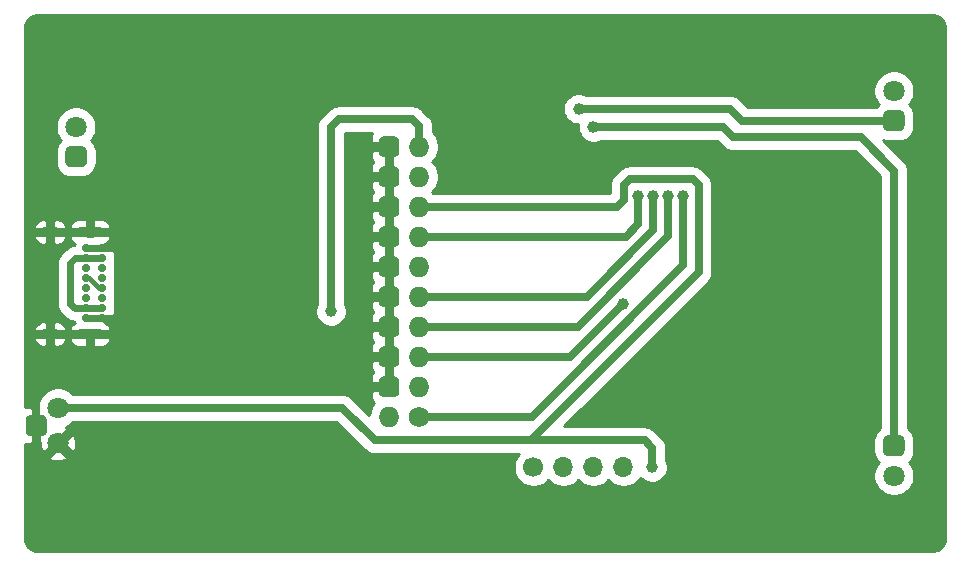
<source format=gbr>
G04 #@! TF.GenerationSoftware,KiCad,Pcbnew,5.1.5+dfsg1-2build2*
G04 #@! TF.CreationDate,2020-06-21T17:38:59+02:00*
G04 #@! TF.ProjectId,zigbeebox,7a696762-6565-4626-9f78-2e6b69636164,rev?*
G04 #@! TF.SameCoordinates,Original*
G04 #@! TF.FileFunction,Copper,L2,Bot*
G04 #@! TF.FilePolarity,Positive*
%FSLAX46Y46*%
G04 Gerber Fmt 4.6, Leading zero omitted, Abs format (unit mm)*
G04 Created by KiCad (PCBNEW 5.1.5+dfsg1-2build2) date 2020-06-21 17:38:59*
%MOMM*%
%LPD*%
G04 APERTURE LIST*
%ADD10C,0.100000*%
%ADD11O,1.727200X1.727200*%
%ADD12C,1.727200*%
%ADD13C,0.700000*%
%ADD14O,2.400000X0.900000*%
%ADD15O,1.700000X0.900000*%
%ADD16C,1.800000*%
%ADD17O,1.700000X1.700000*%
%ADD18C,1.700000*%
%ADD19C,5.700000*%
%ADD20C,1.000000*%
%ADD21C,0.600000*%
%ADD22C,0.800000*%
%ADD23C,0.700000*%
%ADD24C,0.450000*%
%ADD25C,0.254000*%
G04 APERTURE END LIST*
G04 #@! TA.AperFunction,ComponentPad*
D10*
G36*
X112821124Y-58608229D02*
G01*
X112863040Y-58614447D01*
X112904145Y-58624743D01*
X112944043Y-58639019D01*
X112982349Y-58657136D01*
X113018695Y-58678921D01*
X113052731Y-58704164D01*
X113084129Y-58732621D01*
X113112586Y-58764019D01*
X113137829Y-58798055D01*
X113159614Y-58834401D01*
X113177731Y-58872707D01*
X113192007Y-58912605D01*
X113202303Y-58953710D01*
X113208521Y-58995626D01*
X113210600Y-59037950D01*
X113210600Y-59901550D01*
X113208521Y-59943874D01*
X113202303Y-59985790D01*
X113192007Y-60026895D01*
X113177731Y-60066793D01*
X113159614Y-60105099D01*
X113137829Y-60141445D01*
X113112586Y-60175481D01*
X113084129Y-60206879D01*
X113052731Y-60235336D01*
X113018695Y-60260579D01*
X112982349Y-60282364D01*
X112944043Y-60300481D01*
X112904145Y-60314757D01*
X112863040Y-60325053D01*
X112821124Y-60331271D01*
X112778800Y-60333350D01*
X111915200Y-60333350D01*
X111872876Y-60331271D01*
X111830960Y-60325053D01*
X111789855Y-60314757D01*
X111749957Y-60300481D01*
X111711651Y-60282364D01*
X111675305Y-60260579D01*
X111641269Y-60235336D01*
X111609871Y-60206879D01*
X111581414Y-60175481D01*
X111556171Y-60141445D01*
X111534386Y-60105099D01*
X111516269Y-60066793D01*
X111501993Y-60026895D01*
X111491697Y-59985790D01*
X111485479Y-59943874D01*
X111483400Y-59901550D01*
X111483400Y-59037950D01*
X111485479Y-58995626D01*
X111491697Y-58953710D01*
X111501993Y-58912605D01*
X111516269Y-58872707D01*
X111534386Y-58834401D01*
X111556171Y-58798055D01*
X111581414Y-58764019D01*
X111609871Y-58732621D01*
X111641269Y-58704164D01*
X111675305Y-58678921D01*
X111711651Y-58657136D01*
X111749957Y-58639019D01*
X111789855Y-58624743D01*
X111830960Y-58614447D01*
X111872876Y-58608229D01*
X111915200Y-58606150D01*
X112778800Y-58606150D01*
X112821124Y-58608229D01*
G37*
G04 #@! TD.AperFunction*
D11*
X114887000Y-59469750D03*
G04 #@! TA.AperFunction,ComponentPad*
D10*
G36*
X112821124Y-61148229D02*
G01*
X112863040Y-61154447D01*
X112904145Y-61164743D01*
X112944043Y-61179019D01*
X112982349Y-61197136D01*
X113018695Y-61218921D01*
X113052731Y-61244164D01*
X113084129Y-61272621D01*
X113112586Y-61304019D01*
X113137829Y-61338055D01*
X113159614Y-61374401D01*
X113177731Y-61412707D01*
X113192007Y-61452605D01*
X113202303Y-61493710D01*
X113208521Y-61535626D01*
X113210600Y-61577950D01*
X113210600Y-62441550D01*
X113208521Y-62483874D01*
X113202303Y-62525790D01*
X113192007Y-62566895D01*
X113177731Y-62606793D01*
X113159614Y-62645099D01*
X113137829Y-62681445D01*
X113112586Y-62715481D01*
X113084129Y-62746879D01*
X113052731Y-62775336D01*
X113018695Y-62800579D01*
X112982349Y-62822364D01*
X112944043Y-62840481D01*
X112904145Y-62854757D01*
X112863040Y-62865053D01*
X112821124Y-62871271D01*
X112778800Y-62873350D01*
X111915200Y-62873350D01*
X111872876Y-62871271D01*
X111830960Y-62865053D01*
X111789855Y-62854757D01*
X111749957Y-62840481D01*
X111711651Y-62822364D01*
X111675305Y-62800579D01*
X111641269Y-62775336D01*
X111609871Y-62746879D01*
X111581414Y-62715481D01*
X111556171Y-62681445D01*
X111534386Y-62645099D01*
X111516269Y-62606793D01*
X111501993Y-62566895D01*
X111491697Y-62525790D01*
X111485479Y-62483874D01*
X111483400Y-62441550D01*
X111483400Y-61577950D01*
X111485479Y-61535626D01*
X111491697Y-61493710D01*
X111501993Y-61452605D01*
X111516269Y-61412707D01*
X111534386Y-61374401D01*
X111556171Y-61338055D01*
X111581414Y-61304019D01*
X111609871Y-61272621D01*
X111641269Y-61244164D01*
X111675305Y-61218921D01*
X111711651Y-61197136D01*
X111749957Y-61179019D01*
X111789855Y-61164743D01*
X111830960Y-61154447D01*
X111872876Y-61148229D01*
X111915200Y-61146150D01*
X112778800Y-61146150D01*
X112821124Y-61148229D01*
G37*
G04 #@! TD.AperFunction*
D11*
X114887000Y-62009750D03*
G04 #@! TA.AperFunction,ComponentPad*
D10*
G36*
X112821124Y-63688229D02*
G01*
X112863040Y-63694447D01*
X112904145Y-63704743D01*
X112944043Y-63719019D01*
X112982349Y-63737136D01*
X113018695Y-63758921D01*
X113052731Y-63784164D01*
X113084129Y-63812621D01*
X113112586Y-63844019D01*
X113137829Y-63878055D01*
X113159614Y-63914401D01*
X113177731Y-63952707D01*
X113192007Y-63992605D01*
X113202303Y-64033710D01*
X113208521Y-64075626D01*
X113210600Y-64117950D01*
X113210600Y-64981550D01*
X113208521Y-65023874D01*
X113202303Y-65065790D01*
X113192007Y-65106895D01*
X113177731Y-65146793D01*
X113159614Y-65185099D01*
X113137829Y-65221445D01*
X113112586Y-65255481D01*
X113084129Y-65286879D01*
X113052731Y-65315336D01*
X113018695Y-65340579D01*
X112982349Y-65362364D01*
X112944043Y-65380481D01*
X112904145Y-65394757D01*
X112863040Y-65405053D01*
X112821124Y-65411271D01*
X112778800Y-65413350D01*
X111915200Y-65413350D01*
X111872876Y-65411271D01*
X111830960Y-65405053D01*
X111789855Y-65394757D01*
X111749957Y-65380481D01*
X111711651Y-65362364D01*
X111675305Y-65340579D01*
X111641269Y-65315336D01*
X111609871Y-65286879D01*
X111581414Y-65255481D01*
X111556171Y-65221445D01*
X111534386Y-65185099D01*
X111516269Y-65146793D01*
X111501993Y-65106895D01*
X111491697Y-65065790D01*
X111485479Y-65023874D01*
X111483400Y-64981550D01*
X111483400Y-64117950D01*
X111485479Y-64075626D01*
X111491697Y-64033710D01*
X111501993Y-63992605D01*
X111516269Y-63952707D01*
X111534386Y-63914401D01*
X111556171Y-63878055D01*
X111581414Y-63844019D01*
X111609871Y-63812621D01*
X111641269Y-63784164D01*
X111675305Y-63758921D01*
X111711651Y-63737136D01*
X111749957Y-63719019D01*
X111789855Y-63704743D01*
X111830960Y-63694447D01*
X111872876Y-63688229D01*
X111915200Y-63686150D01*
X112778800Y-63686150D01*
X112821124Y-63688229D01*
G37*
G04 #@! TD.AperFunction*
D11*
X114887000Y-64549750D03*
G04 #@! TA.AperFunction,ComponentPad*
D10*
G36*
X112821124Y-66228229D02*
G01*
X112863040Y-66234447D01*
X112904145Y-66244743D01*
X112944043Y-66259019D01*
X112982349Y-66277136D01*
X113018695Y-66298921D01*
X113052731Y-66324164D01*
X113084129Y-66352621D01*
X113112586Y-66384019D01*
X113137829Y-66418055D01*
X113159614Y-66454401D01*
X113177731Y-66492707D01*
X113192007Y-66532605D01*
X113202303Y-66573710D01*
X113208521Y-66615626D01*
X113210600Y-66657950D01*
X113210600Y-67521550D01*
X113208521Y-67563874D01*
X113202303Y-67605790D01*
X113192007Y-67646895D01*
X113177731Y-67686793D01*
X113159614Y-67725099D01*
X113137829Y-67761445D01*
X113112586Y-67795481D01*
X113084129Y-67826879D01*
X113052731Y-67855336D01*
X113018695Y-67880579D01*
X112982349Y-67902364D01*
X112944043Y-67920481D01*
X112904145Y-67934757D01*
X112863040Y-67945053D01*
X112821124Y-67951271D01*
X112778800Y-67953350D01*
X111915200Y-67953350D01*
X111872876Y-67951271D01*
X111830960Y-67945053D01*
X111789855Y-67934757D01*
X111749957Y-67920481D01*
X111711651Y-67902364D01*
X111675305Y-67880579D01*
X111641269Y-67855336D01*
X111609871Y-67826879D01*
X111581414Y-67795481D01*
X111556171Y-67761445D01*
X111534386Y-67725099D01*
X111516269Y-67686793D01*
X111501993Y-67646895D01*
X111491697Y-67605790D01*
X111485479Y-67563874D01*
X111483400Y-67521550D01*
X111483400Y-66657950D01*
X111485479Y-66615626D01*
X111491697Y-66573710D01*
X111501993Y-66532605D01*
X111516269Y-66492707D01*
X111534386Y-66454401D01*
X111556171Y-66418055D01*
X111581414Y-66384019D01*
X111609871Y-66352621D01*
X111641269Y-66324164D01*
X111675305Y-66298921D01*
X111711651Y-66277136D01*
X111749957Y-66259019D01*
X111789855Y-66244743D01*
X111830960Y-66234447D01*
X111872876Y-66228229D01*
X111915200Y-66226150D01*
X112778800Y-66226150D01*
X112821124Y-66228229D01*
G37*
G04 #@! TD.AperFunction*
D11*
X114887000Y-67089750D03*
G04 #@! TA.AperFunction,ComponentPad*
D10*
G36*
X112821124Y-68768229D02*
G01*
X112863040Y-68774447D01*
X112904145Y-68784743D01*
X112944043Y-68799019D01*
X112982349Y-68817136D01*
X113018695Y-68838921D01*
X113052731Y-68864164D01*
X113084129Y-68892621D01*
X113112586Y-68924019D01*
X113137829Y-68958055D01*
X113159614Y-68994401D01*
X113177731Y-69032707D01*
X113192007Y-69072605D01*
X113202303Y-69113710D01*
X113208521Y-69155626D01*
X113210600Y-69197950D01*
X113210600Y-70061550D01*
X113208521Y-70103874D01*
X113202303Y-70145790D01*
X113192007Y-70186895D01*
X113177731Y-70226793D01*
X113159614Y-70265099D01*
X113137829Y-70301445D01*
X113112586Y-70335481D01*
X113084129Y-70366879D01*
X113052731Y-70395336D01*
X113018695Y-70420579D01*
X112982349Y-70442364D01*
X112944043Y-70460481D01*
X112904145Y-70474757D01*
X112863040Y-70485053D01*
X112821124Y-70491271D01*
X112778800Y-70493350D01*
X111915200Y-70493350D01*
X111872876Y-70491271D01*
X111830960Y-70485053D01*
X111789855Y-70474757D01*
X111749957Y-70460481D01*
X111711651Y-70442364D01*
X111675305Y-70420579D01*
X111641269Y-70395336D01*
X111609871Y-70366879D01*
X111581414Y-70335481D01*
X111556171Y-70301445D01*
X111534386Y-70265099D01*
X111516269Y-70226793D01*
X111501993Y-70186895D01*
X111491697Y-70145790D01*
X111485479Y-70103874D01*
X111483400Y-70061550D01*
X111483400Y-69197950D01*
X111485479Y-69155626D01*
X111491697Y-69113710D01*
X111501993Y-69072605D01*
X111516269Y-69032707D01*
X111534386Y-68994401D01*
X111556171Y-68958055D01*
X111581414Y-68924019D01*
X111609871Y-68892621D01*
X111641269Y-68864164D01*
X111675305Y-68838921D01*
X111711651Y-68817136D01*
X111749957Y-68799019D01*
X111789855Y-68784743D01*
X111830960Y-68774447D01*
X111872876Y-68768229D01*
X111915200Y-68766150D01*
X112778800Y-68766150D01*
X112821124Y-68768229D01*
G37*
G04 #@! TD.AperFunction*
D11*
X114887000Y-69629750D03*
G04 #@! TA.AperFunction,ComponentPad*
D10*
G36*
X112821124Y-71308229D02*
G01*
X112863040Y-71314447D01*
X112904145Y-71324743D01*
X112944043Y-71339019D01*
X112982349Y-71357136D01*
X113018695Y-71378921D01*
X113052731Y-71404164D01*
X113084129Y-71432621D01*
X113112586Y-71464019D01*
X113137829Y-71498055D01*
X113159614Y-71534401D01*
X113177731Y-71572707D01*
X113192007Y-71612605D01*
X113202303Y-71653710D01*
X113208521Y-71695626D01*
X113210600Y-71737950D01*
X113210600Y-72601550D01*
X113208521Y-72643874D01*
X113202303Y-72685790D01*
X113192007Y-72726895D01*
X113177731Y-72766793D01*
X113159614Y-72805099D01*
X113137829Y-72841445D01*
X113112586Y-72875481D01*
X113084129Y-72906879D01*
X113052731Y-72935336D01*
X113018695Y-72960579D01*
X112982349Y-72982364D01*
X112944043Y-73000481D01*
X112904145Y-73014757D01*
X112863040Y-73025053D01*
X112821124Y-73031271D01*
X112778800Y-73033350D01*
X111915200Y-73033350D01*
X111872876Y-73031271D01*
X111830960Y-73025053D01*
X111789855Y-73014757D01*
X111749957Y-73000481D01*
X111711651Y-72982364D01*
X111675305Y-72960579D01*
X111641269Y-72935336D01*
X111609871Y-72906879D01*
X111581414Y-72875481D01*
X111556171Y-72841445D01*
X111534386Y-72805099D01*
X111516269Y-72766793D01*
X111501993Y-72726895D01*
X111491697Y-72685790D01*
X111485479Y-72643874D01*
X111483400Y-72601550D01*
X111483400Y-71737950D01*
X111485479Y-71695626D01*
X111491697Y-71653710D01*
X111501993Y-71612605D01*
X111516269Y-71572707D01*
X111534386Y-71534401D01*
X111556171Y-71498055D01*
X111581414Y-71464019D01*
X111609871Y-71432621D01*
X111641269Y-71404164D01*
X111675305Y-71378921D01*
X111711651Y-71357136D01*
X111749957Y-71339019D01*
X111789855Y-71324743D01*
X111830960Y-71314447D01*
X111872876Y-71308229D01*
X111915200Y-71306150D01*
X112778800Y-71306150D01*
X112821124Y-71308229D01*
G37*
G04 #@! TD.AperFunction*
D11*
X114887000Y-72169750D03*
G04 #@! TA.AperFunction,ComponentPad*
D10*
G36*
X112821124Y-73848229D02*
G01*
X112863040Y-73854447D01*
X112904145Y-73864743D01*
X112944043Y-73879019D01*
X112982349Y-73897136D01*
X113018695Y-73918921D01*
X113052731Y-73944164D01*
X113084129Y-73972621D01*
X113112586Y-74004019D01*
X113137829Y-74038055D01*
X113159614Y-74074401D01*
X113177731Y-74112707D01*
X113192007Y-74152605D01*
X113202303Y-74193710D01*
X113208521Y-74235626D01*
X113210600Y-74277950D01*
X113210600Y-75141550D01*
X113208521Y-75183874D01*
X113202303Y-75225790D01*
X113192007Y-75266895D01*
X113177731Y-75306793D01*
X113159614Y-75345099D01*
X113137829Y-75381445D01*
X113112586Y-75415481D01*
X113084129Y-75446879D01*
X113052731Y-75475336D01*
X113018695Y-75500579D01*
X112982349Y-75522364D01*
X112944043Y-75540481D01*
X112904145Y-75554757D01*
X112863040Y-75565053D01*
X112821124Y-75571271D01*
X112778800Y-75573350D01*
X111915200Y-75573350D01*
X111872876Y-75571271D01*
X111830960Y-75565053D01*
X111789855Y-75554757D01*
X111749957Y-75540481D01*
X111711651Y-75522364D01*
X111675305Y-75500579D01*
X111641269Y-75475336D01*
X111609871Y-75446879D01*
X111581414Y-75415481D01*
X111556171Y-75381445D01*
X111534386Y-75345099D01*
X111516269Y-75306793D01*
X111501993Y-75266895D01*
X111491697Y-75225790D01*
X111485479Y-75183874D01*
X111483400Y-75141550D01*
X111483400Y-74277950D01*
X111485479Y-74235626D01*
X111491697Y-74193710D01*
X111501993Y-74152605D01*
X111516269Y-74112707D01*
X111534386Y-74074401D01*
X111556171Y-74038055D01*
X111581414Y-74004019D01*
X111609871Y-73972621D01*
X111641269Y-73944164D01*
X111675305Y-73918921D01*
X111711651Y-73897136D01*
X111749957Y-73879019D01*
X111789855Y-73864743D01*
X111830960Y-73854447D01*
X111872876Y-73848229D01*
X111915200Y-73846150D01*
X112778800Y-73846150D01*
X112821124Y-73848229D01*
G37*
G04 #@! TD.AperFunction*
D11*
X114887000Y-74709750D03*
G04 #@! TA.AperFunction,ComponentPad*
D10*
G36*
X112821124Y-76388229D02*
G01*
X112863040Y-76394447D01*
X112904145Y-76404743D01*
X112944043Y-76419019D01*
X112982349Y-76437136D01*
X113018695Y-76458921D01*
X113052731Y-76484164D01*
X113084129Y-76512621D01*
X113112586Y-76544019D01*
X113137829Y-76578055D01*
X113159614Y-76614401D01*
X113177731Y-76652707D01*
X113192007Y-76692605D01*
X113202303Y-76733710D01*
X113208521Y-76775626D01*
X113210600Y-76817950D01*
X113210600Y-77681550D01*
X113208521Y-77723874D01*
X113202303Y-77765790D01*
X113192007Y-77806895D01*
X113177731Y-77846793D01*
X113159614Y-77885099D01*
X113137829Y-77921445D01*
X113112586Y-77955481D01*
X113084129Y-77986879D01*
X113052731Y-78015336D01*
X113018695Y-78040579D01*
X112982349Y-78062364D01*
X112944043Y-78080481D01*
X112904145Y-78094757D01*
X112863040Y-78105053D01*
X112821124Y-78111271D01*
X112778800Y-78113350D01*
X111915200Y-78113350D01*
X111872876Y-78111271D01*
X111830960Y-78105053D01*
X111789855Y-78094757D01*
X111749957Y-78080481D01*
X111711651Y-78062364D01*
X111675305Y-78040579D01*
X111641269Y-78015336D01*
X111609871Y-77986879D01*
X111581414Y-77955481D01*
X111556171Y-77921445D01*
X111534386Y-77885099D01*
X111516269Y-77846793D01*
X111501993Y-77806895D01*
X111491697Y-77765790D01*
X111485479Y-77723874D01*
X111483400Y-77681550D01*
X111483400Y-76817950D01*
X111485479Y-76775626D01*
X111491697Y-76733710D01*
X111501993Y-76692605D01*
X111516269Y-76652707D01*
X111534386Y-76614401D01*
X111556171Y-76578055D01*
X111581414Y-76544019D01*
X111609871Y-76512621D01*
X111641269Y-76484164D01*
X111675305Y-76458921D01*
X111711651Y-76437136D01*
X111749957Y-76419019D01*
X111789855Y-76404743D01*
X111830960Y-76394447D01*
X111872876Y-76388229D01*
X111915200Y-76386150D01*
X112778800Y-76386150D01*
X112821124Y-76388229D01*
G37*
G04 #@! TD.AperFunction*
D11*
X114887000Y-77249750D03*
G04 #@! TA.AperFunction,ComponentPad*
D10*
G36*
X112821124Y-78928229D02*
G01*
X112863040Y-78934447D01*
X112904145Y-78944743D01*
X112944043Y-78959019D01*
X112982349Y-78977136D01*
X113018695Y-78998921D01*
X113052731Y-79024164D01*
X113084129Y-79052621D01*
X113112586Y-79084019D01*
X113137829Y-79118055D01*
X113159614Y-79154401D01*
X113177731Y-79192707D01*
X113192007Y-79232605D01*
X113202303Y-79273710D01*
X113208521Y-79315626D01*
X113210600Y-79357950D01*
X113210600Y-80221550D01*
X113208521Y-80263874D01*
X113202303Y-80305790D01*
X113192007Y-80346895D01*
X113177731Y-80386793D01*
X113159614Y-80425099D01*
X113137829Y-80461445D01*
X113112586Y-80495481D01*
X113084129Y-80526879D01*
X113052731Y-80555336D01*
X113018695Y-80580579D01*
X112982349Y-80602364D01*
X112944043Y-80620481D01*
X112904145Y-80634757D01*
X112863040Y-80645053D01*
X112821124Y-80651271D01*
X112778800Y-80653350D01*
X111915200Y-80653350D01*
X111872876Y-80651271D01*
X111830960Y-80645053D01*
X111789855Y-80634757D01*
X111749957Y-80620481D01*
X111711651Y-80602364D01*
X111675305Y-80580579D01*
X111641269Y-80555336D01*
X111609871Y-80526879D01*
X111581414Y-80495481D01*
X111556171Y-80461445D01*
X111534386Y-80425099D01*
X111516269Y-80386793D01*
X111501993Y-80346895D01*
X111491697Y-80305790D01*
X111485479Y-80263874D01*
X111483400Y-80221550D01*
X111483400Y-79357950D01*
X111485479Y-79315626D01*
X111491697Y-79273710D01*
X111501993Y-79232605D01*
X111516269Y-79192707D01*
X111534386Y-79154401D01*
X111556171Y-79118055D01*
X111581414Y-79084019D01*
X111609871Y-79052621D01*
X111641269Y-79024164D01*
X111675305Y-78998921D01*
X111711651Y-78977136D01*
X111749957Y-78959019D01*
X111789855Y-78944743D01*
X111830960Y-78934447D01*
X111872876Y-78928229D01*
X111915200Y-78926150D01*
X112778800Y-78926150D01*
X112821124Y-78928229D01*
G37*
G04 #@! TD.AperFunction*
D11*
X114887000Y-79789750D03*
X112347000Y-82329750D03*
D12*
X114887000Y-82329750D03*
D13*
X88011000Y-68049750D03*
X88011000Y-68899750D03*
X88011000Y-69749750D03*
X88011000Y-70599750D03*
X88011000Y-71449750D03*
X88011000Y-72299750D03*
X88011000Y-73149750D03*
X88011000Y-73999750D03*
X86661000Y-68899750D03*
X86661000Y-70599750D03*
X86661000Y-69749750D03*
X86661000Y-68049750D03*
X86661000Y-72299750D03*
X86661000Y-73149750D03*
X86661000Y-73999750D03*
X86661000Y-71449750D03*
D14*
X87031000Y-66699750D03*
X87031000Y-75349750D03*
D15*
X83651000Y-66699750D03*
X83651000Y-75349750D03*
D16*
X85852000Y-57785000D03*
G04 #@! TA.AperFunction,ComponentPad*
D10*
G36*
X86346108Y-59427167D02*
G01*
X86389791Y-59433647D01*
X86432628Y-59444377D01*
X86474208Y-59459254D01*
X86514129Y-59478135D01*
X86552007Y-59500839D01*
X86587477Y-59527145D01*
X86620198Y-59556802D01*
X86649855Y-59589523D01*
X86676161Y-59624993D01*
X86698865Y-59662871D01*
X86717746Y-59702792D01*
X86732623Y-59744372D01*
X86743353Y-59787209D01*
X86749833Y-59830892D01*
X86752000Y-59875000D01*
X86752000Y-60775000D01*
X86749833Y-60819108D01*
X86743353Y-60862791D01*
X86732623Y-60905628D01*
X86717746Y-60947208D01*
X86698865Y-60987129D01*
X86676161Y-61025007D01*
X86649855Y-61060477D01*
X86620198Y-61093198D01*
X86587477Y-61122855D01*
X86552007Y-61149161D01*
X86514129Y-61171865D01*
X86474208Y-61190746D01*
X86432628Y-61205623D01*
X86389791Y-61216353D01*
X86346108Y-61222833D01*
X86302000Y-61225000D01*
X85402000Y-61225000D01*
X85357892Y-61222833D01*
X85314209Y-61216353D01*
X85271372Y-61205623D01*
X85229792Y-61190746D01*
X85189871Y-61171865D01*
X85151993Y-61149161D01*
X85116523Y-61122855D01*
X85083802Y-61093198D01*
X85054145Y-61060477D01*
X85027839Y-61025007D01*
X85005135Y-60987129D01*
X84986254Y-60947208D01*
X84971377Y-60905628D01*
X84960647Y-60862791D01*
X84954167Y-60819108D01*
X84952000Y-60775000D01*
X84952000Y-59875000D01*
X84954167Y-59830892D01*
X84960647Y-59787209D01*
X84971377Y-59744372D01*
X84986254Y-59702792D01*
X85005135Y-59662871D01*
X85027839Y-59624993D01*
X85054145Y-59589523D01*
X85083802Y-59556802D01*
X85116523Y-59527145D01*
X85151993Y-59500839D01*
X85189871Y-59478135D01*
X85229792Y-59459254D01*
X85271372Y-59444377D01*
X85314209Y-59433647D01*
X85357892Y-59427167D01*
X85402000Y-59425000D01*
X86302000Y-59425000D01*
X86346108Y-59427167D01*
G37*
G04 #@! TD.AperFunction*
D16*
X155094320Y-54724750D03*
G04 #@! TA.AperFunction,ComponentPad*
D10*
G36*
X155588428Y-56366917D02*
G01*
X155632111Y-56373397D01*
X155674948Y-56384127D01*
X155716528Y-56399004D01*
X155756449Y-56417885D01*
X155794327Y-56440589D01*
X155829797Y-56466895D01*
X155862518Y-56496552D01*
X155892175Y-56529273D01*
X155918481Y-56564743D01*
X155941185Y-56602621D01*
X155960066Y-56642542D01*
X155974943Y-56684122D01*
X155985673Y-56726959D01*
X155992153Y-56770642D01*
X155994320Y-56814750D01*
X155994320Y-57714750D01*
X155992153Y-57758858D01*
X155985673Y-57802541D01*
X155974943Y-57845378D01*
X155960066Y-57886958D01*
X155941185Y-57926879D01*
X155918481Y-57964757D01*
X155892175Y-58000227D01*
X155862518Y-58032948D01*
X155829797Y-58062605D01*
X155794327Y-58088911D01*
X155756449Y-58111615D01*
X155716528Y-58130496D01*
X155674948Y-58145373D01*
X155632111Y-58156103D01*
X155588428Y-58162583D01*
X155544320Y-58164750D01*
X154644320Y-58164750D01*
X154600212Y-58162583D01*
X154556529Y-58156103D01*
X154513692Y-58145373D01*
X154472112Y-58130496D01*
X154432191Y-58111615D01*
X154394313Y-58088911D01*
X154358843Y-58062605D01*
X154326122Y-58032948D01*
X154296465Y-58000227D01*
X154270159Y-57964757D01*
X154247455Y-57926879D01*
X154228574Y-57886958D01*
X154213697Y-57845378D01*
X154202967Y-57802541D01*
X154196487Y-57758858D01*
X154194320Y-57714750D01*
X154194320Y-56814750D01*
X154196487Y-56770642D01*
X154202967Y-56726959D01*
X154213697Y-56684122D01*
X154228574Y-56642542D01*
X154247455Y-56602621D01*
X154270159Y-56564743D01*
X154296465Y-56529273D01*
X154326122Y-56496552D01*
X154358843Y-56466895D01*
X154394313Y-56440589D01*
X154432191Y-56417885D01*
X154472112Y-56399004D01*
X154513692Y-56384127D01*
X154556529Y-56373397D01*
X154600212Y-56366917D01*
X154644320Y-56364750D01*
X155544320Y-56364750D01*
X155588428Y-56366917D01*
G37*
G04 #@! TD.AperFunction*
D16*
X155094320Y-87324750D03*
G04 #@! TA.AperFunction,ComponentPad*
D10*
G36*
X155588428Y-83886917D02*
G01*
X155632111Y-83893397D01*
X155674948Y-83904127D01*
X155716528Y-83919004D01*
X155756449Y-83937885D01*
X155794327Y-83960589D01*
X155829797Y-83986895D01*
X155862518Y-84016552D01*
X155892175Y-84049273D01*
X155918481Y-84084743D01*
X155941185Y-84122621D01*
X155960066Y-84162542D01*
X155974943Y-84204122D01*
X155985673Y-84246959D01*
X155992153Y-84290642D01*
X155994320Y-84334750D01*
X155994320Y-85234750D01*
X155992153Y-85278858D01*
X155985673Y-85322541D01*
X155974943Y-85365378D01*
X155960066Y-85406958D01*
X155941185Y-85446879D01*
X155918481Y-85484757D01*
X155892175Y-85520227D01*
X155862518Y-85552948D01*
X155829797Y-85582605D01*
X155794327Y-85608911D01*
X155756449Y-85631615D01*
X155716528Y-85650496D01*
X155674948Y-85665373D01*
X155632111Y-85676103D01*
X155588428Y-85682583D01*
X155544320Y-85684750D01*
X154644320Y-85684750D01*
X154600212Y-85682583D01*
X154556529Y-85676103D01*
X154513692Y-85665373D01*
X154472112Y-85650496D01*
X154432191Y-85631615D01*
X154394313Y-85608911D01*
X154358843Y-85582605D01*
X154326122Y-85552948D01*
X154296465Y-85520227D01*
X154270159Y-85484757D01*
X154247455Y-85446879D01*
X154228574Y-85406958D01*
X154213697Y-85365378D01*
X154202967Y-85322541D01*
X154196487Y-85278858D01*
X154194320Y-85234750D01*
X154194320Y-84334750D01*
X154196487Y-84290642D01*
X154202967Y-84246959D01*
X154213697Y-84204122D01*
X154228574Y-84162542D01*
X154247455Y-84122621D01*
X154270159Y-84084743D01*
X154296465Y-84049273D01*
X154326122Y-84016552D01*
X154358843Y-83986895D01*
X154394313Y-83960589D01*
X154432191Y-83937885D01*
X154472112Y-83919004D01*
X154513692Y-83904127D01*
X154556529Y-83893397D01*
X154600212Y-83886917D01*
X154644320Y-83884750D01*
X155544320Y-83884750D01*
X155588428Y-83886917D01*
G37*
G04 #@! TD.AperFunction*
D17*
X132199320Y-86614000D03*
X129659320Y-86614000D03*
X127119320Y-86614000D03*
D18*
X124579320Y-86614000D03*
D16*
X84328000Y-81582000D03*
X84328000Y-84582000D03*
G04 #@! TA.AperFunction,ComponentPad*
D10*
G36*
X82972108Y-82184167D02*
G01*
X83015791Y-82190647D01*
X83058628Y-82201377D01*
X83100208Y-82216254D01*
X83140129Y-82235135D01*
X83178007Y-82257839D01*
X83213477Y-82284145D01*
X83246198Y-82313802D01*
X83275855Y-82346523D01*
X83302161Y-82381993D01*
X83324865Y-82419871D01*
X83343746Y-82459792D01*
X83358623Y-82501372D01*
X83369353Y-82544209D01*
X83375833Y-82587892D01*
X83378000Y-82632000D01*
X83378000Y-83532000D01*
X83375833Y-83576108D01*
X83369353Y-83619791D01*
X83358623Y-83662628D01*
X83343746Y-83704208D01*
X83324865Y-83744129D01*
X83302161Y-83782007D01*
X83275855Y-83817477D01*
X83246198Y-83850198D01*
X83213477Y-83879855D01*
X83178007Y-83906161D01*
X83140129Y-83928865D01*
X83100208Y-83947746D01*
X83058628Y-83962623D01*
X83015791Y-83973353D01*
X82972108Y-83979833D01*
X82928000Y-83982000D01*
X82028000Y-83982000D01*
X81983892Y-83979833D01*
X81940209Y-83973353D01*
X81897372Y-83962623D01*
X81855792Y-83947746D01*
X81815871Y-83928865D01*
X81777993Y-83906161D01*
X81742523Y-83879855D01*
X81709802Y-83850198D01*
X81680145Y-83817477D01*
X81653839Y-83782007D01*
X81631135Y-83744129D01*
X81612254Y-83704208D01*
X81597377Y-83662628D01*
X81586647Y-83619791D01*
X81580167Y-83576108D01*
X81578000Y-83532000D01*
X81578000Y-82632000D01*
X81580167Y-82587892D01*
X81586647Y-82544209D01*
X81597377Y-82501372D01*
X81612254Y-82459792D01*
X81631135Y-82419871D01*
X81653839Y-82381993D01*
X81680145Y-82346523D01*
X81709802Y-82313802D01*
X81742523Y-82284145D01*
X81777993Y-82257839D01*
X81815871Y-82235135D01*
X81855792Y-82216254D01*
X81897372Y-82201377D01*
X81940209Y-82190647D01*
X81983892Y-82184167D01*
X82028000Y-82182000D01*
X82928000Y-82182000D01*
X82972108Y-82184167D01*
G37*
G04 #@! TD.AperFunction*
D19*
X145319600Y-90037920D03*
X145319600Y-52014120D03*
X95619600Y-90037920D03*
X95619600Y-52014120D03*
D20*
X105156000Y-85090000D03*
X101346000Y-85090000D03*
X91317750Y-74290250D03*
X97282000Y-64262000D03*
X95758000Y-68326000D03*
X137279320Y-63619320D03*
X134620000Y-86614000D03*
X133469320Y-63619320D03*
X134739320Y-63619320D03*
X136009320Y-63619320D03*
X132199320Y-72763320D03*
X129659320Y-57792680D03*
X128397000Y-56261000D03*
X107442000Y-73406000D03*
D21*
X86661000Y-73999750D02*
X88011000Y-73999750D01*
X86661000Y-68049750D02*
X88011000Y-68049750D01*
X88011000Y-68049750D02*
X89281000Y-68049750D01*
X88011000Y-73999750D02*
X89281000Y-73999750D01*
D22*
X114988850Y-82227900D02*
X114887000Y-82329750D01*
D23*
X137279320Y-63619320D02*
X137279320Y-69476680D01*
X116108314Y-82329750D02*
X114887000Y-82329750D01*
X124426250Y-82329750D02*
X116108314Y-82329750D01*
X137279320Y-69476680D02*
X124426250Y-82329750D01*
X108379000Y-81582000D02*
X111125000Y-84328000D01*
X111125000Y-84328000D02*
X124333000Y-84328000D01*
X84328000Y-81582000D02*
X108379000Y-81582000D01*
X134620000Y-86614000D02*
X134620000Y-84963000D01*
X133985000Y-84328000D02*
X124333000Y-84328000D01*
X134620000Y-84963000D02*
X133985000Y-84328000D01*
X131665250Y-64549750D02*
X131538250Y-64549750D01*
X132207000Y-64008000D02*
X131665250Y-64549750D01*
X131538250Y-64549750D02*
X114887000Y-64549750D01*
X132207000Y-62738000D02*
X132207000Y-64008000D01*
X132715000Y-62230000D02*
X132207000Y-62738000D01*
X138049000Y-62230000D02*
X132715000Y-62230000D01*
X138557000Y-62738000D02*
X138049000Y-62230000D01*
X138557000Y-70104000D02*
X138557000Y-62738000D01*
X124333000Y-84328000D02*
X138557000Y-70104000D01*
X123410250Y-67089750D02*
X114887000Y-67089750D01*
X133469320Y-63619320D02*
X133469320Y-66047680D01*
X132427250Y-67089750D02*
X123410250Y-67089750D01*
X133469320Y-66047680D02*
X132427250Y-67089750D01*
X134739320Y-63619320D02*
X134739320Y-66555680D01*
X129125250Y-72169750D02*
X114887000Y-72169750D01*
X134739320Y-66555680D02*
X129125250Y-72169750D01*
X136009320Y-63619320D02*
X136009320Y-67063680D01*
X128363250Y-74709750D02*
X114887000Y-74709750D01*
X136009320Y-67063680D02*
X128363250Y-74709750D01*
X127712890Y-77249750D02*
X132199320Y-72763320D01*
X114887000Y-77249750D02*
X127712890Y-77249750D01*
X155094320Y-61495320D02*
X155094320Y-84784750D01*
X152273000Y-58674000D02*
X155094320Y-61495320D01*
X141478000Y-58674000D02*
X152273000Y-58674000D01*
X140596680Y-57792680D02*
X141478000Y-58674000D01*
X129659320Y-57792680D02*
X140596680Y-57792680D01*
D22*
X155074390Y-57284680D02*
X155094320Y-57264750D01*
D23*
X143243750Y-57264750D02*
X155094320Y-57264750D01*
X142227750Y-57264750D02*
X143243750Y-57264750D01*
X141224000Y-56261000D02*
X142227750Y-57264750D01*
X128397000Y-56261000D02*
X141224000Y-56261000D01*
D21*
X86661000Y-68899750D02*
X85786250Y-68899750D01*
X85786250Y-68899750D02*
X85344000Y-69342000D01*
X85344000Y-69342000D02*
X85344000Y-72771000D01*
X85722750Y-73149750D02*
X86661000Y-73149750D01*
X85344000Y-72771000D02*
X85722750Y-73149750D01*
D23*
X114887000Y-57737000D02*
X114887000Y-59469750D01*
X114300000Y-57150000D02*
X114887000Y-57737000D01*
X108077000Y-57150000D02*
X114300000Y-57150000D01*
X107442000Y-57785000D02*
X108077000Y-57150000D01*
X107442000Y-73406000D02*
X107442000Y-57785000D01*
D21*
X86661000Y-68899750D02*
X88011000Y-68899750D01*
X86661000Y-73149750D02*
X88011000Y-73149750D01*
D24*
X86937998Y-70599750D02*
X87787998Y-71449750D01*
X86661000Y-70599750D02*
X86937998Y-70599750D01*
X88011000Y-71449750D02*
X87787998Y-71449750D01*
D25*
G36*
X158351350Y-48347069D02*
G01*
X158422929Y-48352762D01*
X158481447Y-48359313D01*
X158512708Y-48364134D01*
X158554775Y-48372748D01*
X158599730Y-48384306D01*
X158645601Y-48398154D01*
X158699304Y-48416370D01*
X158704188Y-48418128D01*
X158758806Y-48438849D01*
X158805531Y-48458144D01*
X158849374Y-48477901D01*
X158891961Y-48498880D01*
X158908381Y-48507567D01*
X158946390Y-48529175D01*
X158980038Y-48550075D01*
X159011065Y-48571098D01*
X159043506Y-48595063D01*
X159056729Y-48605558D01*
X159085893Y-48630415D01*
X159111399Y-48654072D01*
X159136038Y-48678909D01*
X159160732Y-48705959D01*
X159177238Y-48725471D01*
X159200064Y-48754613D01*
X159221280Y-48784102D01*
X159242617Y-48816462D01*
X159264315Y-48852466D01*
X159274350Y-48870444D01*
X159294552Y-48909554D01*
X159314168Y-48951217D01*
X159333448Y-48996068D01*
X159353474Y-49046889D01*
X159363834Y-49075019D01*
X159382192Y-49128445D01*
X159397168Y-49176905D01*
X159409222Y-49221913D01*
X159420120Y-49271830D01*
X159427847Y-49323889D01*
X159434336Y-49385957D01*
X159440471Y-49466535D01*
X159442320Y-49494879D01*
X159442321Y-92556594D01*
X159438564Y-92618514D01*
X159432996Y-92690398D01*
X159426587Y-92748437D01*
X159421599Y-92780864D01*
X159412685Y-92823951D01*
X159402022Y-92865051D01*
X159388280Y-92910277D01*
X159370019Y-92963677D01*
X159368422Y-92968075D01*
X159347794Y-93021910D01*
X159328503Y-93068179D01*
X159308882Y-93111374D01*
X159287545Y-93154441D01*
X159278573Y-93171333D01*
X159256939Y-93209315D01*
X159235383Y-93244017D01*
X159214810Y-93274407D01*
X159188332Y-93310221D01*
X159180269Y-93320368D01*
X159154704Y-93350357D01*
X159130037Y-93376884D01*
X159105471Y-93401151D01*
X159078367Y-93425779D01*
X159061022Y-93440410D01*
X159031054Y-93463828D01*
X159001132Y-93485294D01*
X158968901Y-93506513D01*
X158932245Y-93528630D01*
X158913487Y-93539145D01*
X158872632Y-93560386D01*
X158830496Y-93580406D01*
X158786088Y-93599723D01*
X158735379Y-93619970D01*
X158710977Y-93629087D01*
X158658633Y-93647338D01*
X158612118Y-93661901D01*
X158568248Y-93673788D01*
X158521948Y-93684051D01*
X158470493Y-93691728D01*
X158412021Y-93697828D01*
X158333987Y-93703636D01*
X158292398Y-93706192D01*
X82644264Y-93706192D01*
X82578532Y-93702109D01*
X82507746Y-93696454D01*
X82450089Y-93689919D01*
X82421601Y-93685493D01*
X82380137Y-93676987D01*
X82337978Y-93666168D01*
X82292051Y-93652332D01*
X82239552Y-93634525D01*
X82231852Y-93631746D01*
X82178502Y-93611404D01*
X82131491Y-93591897D01*
X82087832Y-93572133D01*
X82044488Y-93550698D01*
X82028727Y-93542336D01*
X81989348Y-93519905D01*
X81956397Y-93499418D01*
X81925441Y-93478459D01*
X81893413Y-93454841D01*
X81879406Y-93443738D01*
X81850414Y-93419033D01*
X81824963Y-93395428D01*
X81800369Y-93370635D01*
X81775685Y-93343591D01*
X81759174Y-93324070D01*
X81736335Y-93294908D01*
X81715019Y-93265278D01*
X81694253Y-93233808D01*
X81672217Y-93197290D01*
X81662021Y-93179036D01*
X81641014Y-93138346D01*
X81621940Y-93097800D01*
X81602851Y-93053425D01*
X81582574Y-93002011D01*
X81572443Y-92974514D01*
X81554088Y-92921168D01*
X81539213Y-92873077D01*
X81526718Y-92826366D01*
X81516292Y-92778531D01*
X81508480Y-92725904D01*
X81502235Y-92666358D01*
X81495903Y-92583240D01*
X81494060Y-92554808D01*
X81494060Y-85734215D01*
X83561865Y-85734215D01*
X83656560Y-85970613D01*
X83940366Y-86074924D01*
X84239069Y-86121861D01*
X84541191Y-86109623D01*
X84835119Y-86038678D01*
X84999440Y-85970613D01*
X85094135Y-85734215D01*
X84328000Y-84968080D01*
X83561865Y-85734215D01*
X81494060Y-85734215D01*
X81494060Y-84611805D01*
X81578000Y-84620072D01*
X82046250Y-84617000D01*
X82205000Y-84458250D01*
X82205000Y-83355000D01*
X82185000Y-83355000D01*
X82185000Y-82809000D01*
X82205000Y-82809000D01*
X82205000Y-81705750D01*
X82046250Y-81547000D01*
X81578000Y-81543928D01*
X81494060Y-81552195D01*
X81494060Y-81411905D01*
X82601000Y-81411905D01*
X82601000Y-81752095D01*
X82667368Y-82085747D01*
X82751000Y-82287652D01*
X82751000Y-82809000D01*
X82771000Y-82809000D01*
X82771000Y-83355000D01*
X82751000Y-83355000D01*
X82751000Y-84458250D01*
X82788237Y-84495487D01*
X82800377Y-84795191D01*
X82871322Y-85089119D01*
X82939387Y-85253440D01*
X83175785Y-85348135D01*
X83941920Y-84582000D01*
X84714080Y-84582000D01*
X85480215Y-85348135D01*
X85716613Y-85253440D01*
X85820924Y-84969634D01*
X85867861Y-84670931D01*
X85855623Y-84368809D01*
X85784678Y-84074881D01*
X85716613Y-83910560D01*
X85480215Y-83815865D01*
X84714080Y-84582000D01*
X83941920Y-84582000D01*
X83927778Y-84567858D01*
X84313858Y-84181778D01*
X84328000Y-84195920D01*
X85094135Y-83429785D01*
X84999440Y-83193387D01*
X84973581Y-83183883D01*
X85146041Y-83112447D01*
X85428898Y-82923448D01*
X85593346Y-82759000D01*
X107891472Y-82759000D01*
X110251853Y-85119382D01*
X110288709Y-85164291D01*
X110467930Y-85311374D01*
X110645998Y-85406553D01*
X110662920Y-85415598D01*
X110672403Y-85420667D01*
X110894268Y-85487969D01*
X111067188Y-85505000D01*
X111067197Y-85505000D01*
X111124999Y-85510693D01*
X111182801Y-85505000D01*
X123316684Y-85505000D01*
X123276709Y-85544975D01*
X123093182Y-85819643D01*
X122966766Y-86124837D01*
X122902320Y-86448830D01*
X122902320Y-86779170D01*
X122966766Y-87103163D01*
X123093182Y-87408357D01*
X123276709Y-87683025D01*
X123510295Y-87916611D01*
X123784963Y-88100138D01*
X124090157Y-88226554D01*
X124414150Y-88291000D01*
X124744490Y-88291000D01*
X125068483Y-88226554D01*
X125373677Y-88100138D01*
X125648345Y-87916611D01*
X125849320Y-87715636D01*
X126050295Y-87916611D01*
X126324963Y-88100138D01*
X126630157Y-88226554D01*
X126954150Y-88291000D01*
X127284490Y-88291000D01*
X127608483Y-88226554D01*
X127913677Y-88100138D01*
X128188345Y-87916611D01*
X128389320Y-87715636D01*
X128590295Y-87916611D01*
X128864963Y-88100138D01*
X129170157Y-88226554D01*
X129494150Y-88291000D01*
X129824490Y-88291000D01*
X130148483Y-88226554D01*
X130453677Y-88100138D01*
X130728345Y-87916611D01*
X130929320Y-87715636D01*
X131130295Y-87916611D01*
X131404963Y-88100138D01*
X131710157Y-88226554D01*
X132034150Y-88291000D01*
X132364490Y-88291000D01*
X132688483Y-88226554D01*
X132993677Y-88100138D01*
X133268345Y-87916611D01*
X133501931Y-87683025D01*
X133626273Y-87496934D01*
X133774087Y-87644748D01*
X133991430Y-87789972D01*
X134232928Y-87890004D01*
X134489302Y-87941000D01*
X134750698Y-87941000D01*
X135007072Y-87890004D01*
X135248570Y-87789972D01*
X135465913Y-87644748D01*
X135650748Y-87459913D01*
X135795972Y-87242570D01*
X135896004Y-87001072D01*
X135947000Y-86744698D01*
X135947000Y-86483302D01*
X135896004Y-86226928D01*
X135797000Y-85987912D01*
X135797000Y-85020812D01*
X135802694Y-84963000D01*
X135779969Y-84732268D01*
X135712667Y-84510403D01*
X135603374Y-84305930D01*
X135456291Y-84126709D01*
X135411382Y-84089853D01*
X134858150Y-83536622D01*
X134821291Y-83491709D01*
X134642070Y-83344626D01*
X134437597Y-83235333D01*
X134215732Y-83168031D01*
X134042812Y-83151000D01*
X133985000Y-83145306D01*
X133927188Y-83151000D01*
X127174528Y-83151000D01*
X139348389Y-70977141D01*
X139393291Y-70940291D01*
X139463317Y-70854965D01*
X139540374Y-70761070D01*
X139592266Y-70663986D01*
X139649667Y-70556597D01*
X139716969Y-70334732D01*
X139734000Y-70161812D01*
X139734000Y-70161811D01*
X139739694Y-70104000D01*
X139734000Y-70046188D01*
X139734000Y-62795801D01*
X139739693Y-62737999D01*
X139734000Y-62680197D01*
X139734000Y-62680188D01*
X139716969Y-62507268D01*
X139649667Y-62285403D01*
X139540374Y-62080930D01*
X139393291Y-61901709D01*
X139348377Y-61864849D01*
X138922151Y-61438623D01*
X138885291Y-61393709D01*
X138706070Y-61246626D01*
X138501597Y-61137333D01*
X138279732Y-61070031D01*
X138106812Y-61053000D01*
X138049000Y-61047306D01*
X137991188Y-61053000D01*
X132772801Y-61053000D01*
X132714999Y-61047307D01*
X132657197Y-61053000D01*
X132657188Y-61053000D01*
X132484268Y-61070031D01*
X132262403Y-61137333D01*
X132057930Y-61246626D01*
X131878709Y-61393709D01*
X131841849Y-61438623D01*
X131415623Y-61864849D01*
X131370709Y-61901709D01*
X131223626Y-62080931D01*
X131114333Y-62285404D01*
X131066982Y-62441500D01*
X131047031Y-62507269D01*
X131024306Y-62738000D01*
X131030000Y-62795812D01*
X131030000Y-63372750D01*
X116100870Y-63372750D01*
X116007870Y-63279750D01*
X116200175Y-63087445D01*
X116385190Y-62810549D01*
X116512631Y-62502880D01*
X116577600Y-62176260D01*
X116577600Y-61843240D01*
X116512631Y-61516620D01*
X116385190Y-61208951D01*
X116200175Y-60932055D01*
X116007870Y-60739750D01*
X116200175Y-60547445D01*
X116385190Y-60270549D01*
X116512631Y-59962880D01*
X116577600Y-59636260D01*
X116577600Y-59303240D01*
X116512631Y-58976620D01*
X116385190Y-58668951D01*
X116200175Y-58392055D01*
X116064000Y-58255880D01*
X116064000Y-57794801D01*
X116069693Y-57736999D01*
X116064000Y-57679197D01*
X116064000Y-57679188D01*
X116046969Y-57506268D01*
X115979667Y-57284403D01*
X115870374Y-57079930D01*
X115723291Y-56900709D01*
X115678378Y-56863850D01*
X115173151Y-56358623D01*
X115136291Y-56313709D01*
X114957070Y-56166626D01*
X114889113Y-56130302D01*
X127070000Y-56130302D01*
X127070000Y-56391698D01*
X127120996Y-56648072D01*
X127221028Y-56889570D01*
X127366252Y-57106913D01*
X127551087Y-57291748D01*
X127768430Y-57436972D01*
X128009928Y-57537004D01*
X128266302Y-57588000D01*
X128347036Y-57588000D01*
X128332320Y-57661982D01*
X128332320Y-57923378D01*
X128383316Y-58179752D01*
X128483348Y-58421250D01*
X128628572Y-58638593D01*
X128813407Y-58823428D01*
X129030750Y-58968652D01*
X129272248Y-59068684D01*
X129528622Y-59119680D01*
X129790018Y-59119680D01*
X130046392Y-59068684D01*
X130285408Y-58969680D01*
X140109151Y-58969680D01*
X140604857Y-59465387D01*
X140641709Y-59510291D01*
X140686612Y-59547142D01*
X140686614Y-59547144D01*
X140820930Y-59657374D01*
X141025403Y-59766667D01*
X141247268Y-59833969D01*
X141478000Y-59856694D01*
X141535812Y-59851000D01*
X151785472Y-59851000D01*
X153917320Y-61982849D01*
X153917321Y-83282204D01*
X153738516Y-83428946D01*
X153579207Y-83623064D01*
X153460829Y-83844532D01*
X153387933Y-84084839D01*
X153363319Y-84334750D01*
X153363319Y-85234750D01*
X153387933Y-85484661D01*
X153460829Y-85724968D01*
X153579207Y-85946436D01*
X153738516Y-86140554D01*
X153792152Y-86184572D01*
X153752872Y-86223852D01*
X153563873Y-86506709D01*
X153433688Y-86821003D01*
X153367320Y-87154655D01*
X153367320Y-87494845D01*
X153433688Y-87828497D01*
X153563873Y-88142791D01*
X153752872Y-88425648D01*
X153993422Y-88666198D01*
X154276279Y-88855197D01*
X154590573Y-88985382D01*
X154924225Y-89051750D01*
X155264415Y-89051750D01*
X155598067Y-88985382D01*
X155912361Y-88855197D01*
X156195218Y-88666198D01*
X156435768Y-88425648D01*
X156624767Y-88142791D01*
X156754952Y-87828497D01*
X156821320Y-87494845D01*
X156821320Y-87154655D01*
X156754952Y-86821003D01*
X156624767Y-86506709D01*
X156435768Y-86223852D01*
X156396488Y-86184572D01*
X156450124Y-86140554D01*
X156609433Y-85946436D01*
X156727811Y-85724968D01*
X156800707Y-85484661D01*
X156825321Y-85234750D01*
X156825321Y-84334750D01*
X156800707Y-84084839D01*
X156727811Y-83844532D01*
X156609433Y-83623064D01*
X156450124Y-83428946D01*
X156271320Y-83282205D01*
X156271320Y-61553131D01*
X156277014Y-61495319D01*
X156254289Y-61264588D01*
X156237412Y-61208951D01*
X156186987Y-61042723D01*
X156077694Y-60838250D01*
X155930611Y-60659029D01*
X155885704Y-60622175D01*
X154165108Y-58901580D01*
X154394409Y-58971137D01*
X154644320Y-58995751D01*
X155544320Y-58995751D01*
X155794231Y-58971137D01*
X156034538Y-58898241D01*
X156256006Y-58779863D01*
X156450124Y-58620554D01*
X156609433Y-58426436D01*
X156727811Y-58204968D01*
X156800707Y-57964661D01*
X156825321Y-57714750D01*
X156825321Y-56814750D01*
X156800707Y-56564839D01*
X156727811Y-56324532D01*
X156609433Y-56103064D01*
X156450124Y-55908946D01*
X156396488Y-55864928D01*
X156435768Y-55825648D01*
X156624767Y-55542791D01*
X156754952Y-55228497D01*
X156821320Y-54894845D01*
X156821320Y-54554655D01*
X156754952Y-54221003D01*
X156624767Y-53906709D01*
X156435768Y-53623852D01*
X156195218Y-53383302D01*
X155912361Y-53194303D01*
X155598067Y-53064118D01*
X155264415Y-52997750D01*
X154924225Y-52997750D01*
X154590573Y-53064118D01*
X154276279Y-53194303D01*
X153993422Y-53383302D01*
X153752872Y-53623852D01*
X153563873Y-53906709D01*
X153433688Y-54221003D01*
X153367320Y-54554655D01*
X153367320Y-54894845D01*
X153433688Y-55228497D01*
X153563873Y-55542791D01*
X153752872Y-55825648D01*
X153792152Y-55864928D01*
X153738516Y-55908946D01*
X153591775Y-56087750D01*
X142715279Y-56087750D01*
X142097150Y-55469622D01*
X142060291Y-55424709D01*
X141881070Y-55277626D01*
X141676597Y-55168333D01*
X141454732Y-55101031D01*
X141281812Y-55084000D01*
X141224000Y-55078306D01*
X141166188Y-55084000D01*
X129023088Y-55084000D01*
X128784072Y-54984996D01*
X128527698Y-54934000D01*
X128266302Y-54934000D01*
X128009928Y-54984996D01*
X127768430Y-55085028D01*
X127551087Y-55230252D01*
X127366252Y-55415087D01*
X127221028Y-55632430D01*
X127120996Y-55873928D01*
X127070000Y-56130302D01*
X114889113Y-56130302D01*
X114752597Y-56057333D01*
X114530732Y-55990031D01*
X114357812Y-55973000D01*
X114300000Y-55967306D01*
X114242188Y-55973000D01*
X108134812Y-55973000D01*
X108077000Y-55967306D01*
X108019188Y-55973000D01*
X107846268Y-55990031D01*
X107624403Y-56057333D01*
X107419930Y-56166626D01*
X107240709Y-56313709D01*
X107203853Y-56358618D01*
X106650618Y-56911854D01*
X106605710Y-56948709D01*
X106568857Y-56993615D01*
X106458626Y-57127931D01*
X106349334Y-57332403D01*
X106282031Y-57554269D01*
X106259306Y-57785000D01*
X106265001Y-57842822D01*
X106265000Y-72779912D01*
X106165996Y-73018928D01*
X106115000Y-73275302D01*
X106115000Y-73536698D01*
X106165996Y-73793072D01*
X106266028Y-74034570D01*
X106411252Y-74251913D01*
X106596087Y-74436748D01*
X106813430Y-74581972D01*
X107054928Y-74682004D01*
X107311302Y-74733000D01*
X107572698Y-74733000D01*
X107829072Y-74682004D01*
X108070570Y-74581972D01*
X108287913Y-74436748D01*
X108472748Y-74251913D01*
X108617972Y-74034570D01*
X108718004Y-73793072D01*
X108769000Y-73536698D01*
X108769000Y-73275302D01*
X108720873Y-73033350D01*
X110845328Y-73033350D01*
X110857588Y-73157832D01*
X110893898Y-73277530D01*
X110952863Y-73387844D01*
X110995461Y-73439750D01*
X110952863Y-73491656D01*
X110893898Y-73601970D01*
X110857588Y-73721668D01*
X110845328Y-73846150D01*
X110848400Y-74278000D01*
X111007150Y-74436750D01*
X112074000Y-74436750D01*
X112074000Y-72442750D01*
X111007150Y-72442750D01*
X110848400Y-72601500D01*
X110845328Y-73033350D01*
X108720873Y-73033350D01*
X108718004Y-73018928D01*
X108619000Y-72779912D01*
X108619000Y-70493350D01*
X110845328Y-70493350D01*
X110857588Y-70617832D01*
X110893898Y-70737530D01*
X110952863Y-70847844D01*
X110995461Y-70899750D01*
X110952863Y-70951656D01*
X110893898Y-71061970D01*
X110857588Y-71181668D01*
X110845328Y-71306150D01*
X110848400Y-71738000D01*
X111007150Y-71896750D01*
X112074000Y-71896750D01*
X112074000Y-69902750D01*
X111007150Y-69902750D01*
X110848400Y-70061500D01*
X110845328Y-70493350D01*
X108619000Y-70493350D01*
X108619000Y-67953350D01*
X110845328Y-67953350D01*
X110857588Y-68077832D01*
X110893898Y-68197530D01*
X110952863Y-68307844D01*
X110995461Y-68359750D01*
X110952863Y-68411656D01*
X110893898Y-68521970D01*
X110857588Y-68641668D01*
X110845328Y-68766150D01*
X110848400Y-69198000D01*
X111007150Y-69356750D01*
X112074000Y-69356750D01*
X112074000Y-67362750D01*
X111007150Y-67362750D01*
X110848400Y-67521500D01*
X110845328Y-67953350D01*
X108619000Y-67953350D01*
X108619000Y-65413350D01*
X110845328Y-65413350D01*
X110857588Y-65537832D01*
X110893898Y-65657530D01*
X110952863Y-65767844D01*
X110995461Y-65819750D01*
X110952863Y-65871656D01*
X110893898Y-65981970D01*
X110857588Y-66101668D01*
X110845328Y-66226150D01*
X110848400Y-66658000D01*
X111007150Y-66816750D01*
X112074000Y-66816750D01*
X112074000Y-64822750D01*
X111007150Y-64822750D01*
X110848400Y-64981500D01*
X110845328Y-65413350D01*
X108619000Y-65413350D01*
X108619000Y-62873350D01*
X110845328Y-62873350D01*
X110857588Y-62997832D01*
X110893898Y-63117530D01*
X110952863Y-63227844D01*
X110995461Y-63279750D01*
X110952863Y-63331656D01*
X110893898Y-63441970D01*
X110857588Y-63561668D01*
X110845328Y-63686150D01*
X110848400Y-64118000D01*
X111007150Y-64276750D01*
X112074000Y-64276750D01*
X112074000Y-62282750D01*
X111007150Y-62282750D01*
X110848400Y-62441500D01*
X110845328Y-62873350D01*
X108619000Y-62873350D01*
X108619000Y-60333350D01*
X110845328Y-60333350D01*
X110857588Y-60457832D01*
X110893898Y-60577530D01*
X110952863Y-60687844D01*
X110995461Y-60739750D01*
X110952863Y-60791656D01*
X110893898Y-60901970D01*
X110857588Y-61021668D01*
X110845328Y-61146150D01*
X110848400Y-61578000D01*
X111007150Y-61736750D01*
X112074000Y-61736750D01*
X112074000Y-59742750D01*
X111007150Y-59742750D01*
X110848400Y-59901500D01*
X110845328Y-60333350D01*
X108619000Y-60333350D01*
X108619000Y-58327000D01*
X110912590Y-58327000D01*
X110893898Y-58361970D01*
X110857588Y-58481668D01*
X110845328Y-58606150D01*
X110848400Y-59038000D01*
X111007150Y-59196750D01*
X112074000Y-59196750D01*
X112074000Y-59176750D01*
X112620000Y-59176750D01*
X112620000Y-59196750D01*
X112640000Y-59196750D01*
X112640000Y-59742750D01*
X112620000Y-59742750D01*
X112620000Y-61736750D01*
X112640000Y-61736750D01*
X112640000Y-62282750D01*
X112620000Y-62282750D01*
X112620000Y-64276750D01*
X112640000Y-64276750D01*
X112640000Y-64822750D01*
X112620000Y-64822750D01*
X112620000Y-66816750D01*
X112640000Y-66816750D01*
X112640000Y-67362750D01*
X112620000Y-67362750D01*
X112620000Y-69356750D01*
X112640000Y-69356750D01*
X112640000Y-69902750D01*
X112620000Y-69902750D01*
X112620000Y-71896750D01*
X112640000Y-71896750D01*
X112640000Y-72442750D01*
X112620000Y-72442750D01*
X112620000Y-74436750D01*
X112640000Y-74436750D01*
X112640000Y-74982750D01*
X112620000Y-74982750D01*
X112620000Y-76976750D01*
X112640000Y-76976750D01*
X112640000Y-77522750D01*
X112620000Y-77522750D01*
X112620000Y-79516750D01*
X112640000Y-79516750D01*
X112640000Y-80062750D01*
X112620000Y-80062750D01*
X112620000Y-80082750D01*
X112074000Y-80082750D01*
X112074000Y-80062750D01*
X111007150Y-80062750D01*
X110848400Y-80221500D01*
X110845328Y-80653350D01*
X110857588Y-80777832D01*
X110893898Y-80897530D01*
X110952863Y-81007844D01*
X111032215Y-81104535D01*
X111114124Y-81171756D01*
X111033825Y-81252055D01*
X110848810Y-81528951D01*
X110721369Y-81836620D01*
X110656400Y-82163240D01*
X110656400Y-82194871D01*
X109252151Y-80790623D01*
X109215291Y-80745709D01*
X109036070Y-80598626D01*
X108831597Y-80489333D01*
X108609732Y-80422031D01*
X108436812Y-80405000D01*
X108379000Y-80399306D01*
X108321188Y-80405000D01*
X85593346Y-80405000D01*
X85428898Y-80240552D01*
X85146041Y-80051553D01*
X84831747Y-79921368D01*
X84498095Y-79855000D01*
X84157905Y-79855000D01*
X83824253Y-79921368D01*
X83509959Y-80051553D01*
X83227102Y-80240552D01*
X82986552Y-80481102D01*
X82797553Y-80763959D01*
X82667368Y-81078253D01*
X82601000Y-81411905D01*
X81494060Y-81411905D01*
X81494060Y-78113350D01*
X110845328Y-78113350D01*
X110857588Y-78237832D01*
X110893898Y-78357530D01*
X110952863Y-78467844D01*
X110995461Y-78519750D01*
X110952863Y-78571656D01*
X110893898Y-78681970D01*
X110857588Y-78801668D01*
X110845328Y-78926150D01*
X110848400Y-79358000D01*
X111007150Y-79516750D01*
X112074000Y-79516750D01*
X112074000Y-77522750D01*
X111007150Y-77522750D01*
X110848400Y-77681500D01*
X110845328Y-78113350D01*
X81494060Y-78113350D01*
X81494060Y-75783660D01*
X82256542Y-75783660D01*
X82304435Y-75925968D01*
X82435038Y-76099562D01*
X82596998Y-76244341D01*
X82784090Y-76354741D01*
X82989126Y-76426520D01*
X83204225Y-76456919D01*
X83378000Y-76291855D01*
X83378000Y-75622750D01*
X83924000Y-75622750D01*
X83924000Y-76291855D01*
X84097775Y-76456919D01*
X84312874Y-76426520D01*
X84517910Y-76354741D01*
X84705002Y-76244341D01*
X84866962Y-76099562D01*
X84997565Y-75925968D01*
X85045458Y-75783660D01*
X85286542Y-75783660D01*
X85320750Y-75923920D01*
X85451216Y-76100223D01*
X85613570Y-76247686D01*
X85801573Y-76360642D01*
X86008000Y-76434750D01*
X86758000Y-76434750D01*
X86758000Y-75622750D01*
X87304000Y-75622750D01*
X87304000Y-76434750D01*
X88054000Y-76434750D01*
X88260427Y-76360642D01*
X88448430Y-76247686D01*
X88610784Y-76100223D01*
X88741250Y-75923920D01*
X88775458Y-75783660D01*
X88666105Y-75622750D01*
X87304000Y-75622750D01*
X86758000Y-75622750D01*
X85395895Y-75622750D01*
X85286542Y-75783660D01*
X85045458Y-75783660D01*
X84936105Y-75622750D01*
X83924000Y-75622750D01*
X83378000Y-75622750D01*
X82365895Y-75622750D01*
X82256542Y-75783660D01*
X81494060Y-75783660D01*
X81494060Y-75573350D01*
X110845328Y-75573350D01*
X110857588Y-75697832D01*
X110893898Y-75817530D01*
X110952863Y-75927844D01*
X110995461Y-75979750D01*
X110952863Y-76031656D01*
X110893898Y-76141970D01*
X110857588Y-76261668D01*
X110845328Y-76386150D01*
X110848400Y-76818000D01*
X111007150Y-76976750D01*
X112074000Y-76976750D01*
X112074000Y-74982750D01*
X111007150Y-74982750D01*
X110848400Y-75141500D01*
X110845328Y-75573350D01*
X81494060Y-75573350D01*
X81494060Y-74915840D01*
X82256542Y-74915840D01*
X82365895Y-75076750D01*
X83378000Y-75076750D01*
X83378000Y-74407645D01*
X83924000Y-74407645D01*
X83924000Y-75076750D01*
X84936105Y-75076750D01*
X85045458Y-74915840D01*
X84997565Y-74773532D01*
X84866962Y-74599938D01*
X84705002Y-74455159D01*
X84517910Y-74344759D01*
X84312874Y-74272980D01*
X84097775Y-74242581D01*
X83924000Y-74407645D01*
X83378000Y-74407645D01*
X83204225Y-74242581D01*
X82989126Y-74272980D01*
X82784090Y-74344759D01*
X82596998Y-74455159D01*
X82435038Y-74599938D01*
X82304435Y-74773532D01*
X82256542Y-74915840D01*
X81494060Y-74915840D01*
X81494060Y-69342000D01*
X84211548Y-69342000D01*
X84217000Y-69397355D01*
X84217001Y-72715636D01*
X84211548Y-72771000D01*
X84217001Y-72826364D01*
X84217001Y-72826365D01*
X84233308Y-72991931D01*
X84241565Y-73019150D01*
X84297750Y-73204370D01*
X84402400Y-73400156D01*
X84507942Y-73528760D01*
X84507946Y-73528764D01*
X84543236Y-73571765D01*
X84586237Y-73607055D01*
X84886690Y-73907508D01*
X84921985Y-73950515D01*
X85093593Y-74091350D01*
X85289379Y-74196000D01*
X85501819Y-74260443D01*
X85667385Y-74276750D01*
X85667395Y-74276750D01*
X85717193Y-74281655D01*
X85743440Y-74370857D01*
X85744411Y-74373202D01*
X85613570Y-74451814D01*
X85451216Y-74599277D01*
X85320750Y-74775580D01*
X85286542Y-74915840D01*
X85395895Y-75076750D01*
X86758000Y-75076750D01*
X86758000Y-75056750D01*
X87304000Y-75056750D01*
X87304000Y-75076750D01*
X88666105Y-75076750D01*
X88775458Y-74915840D01*
X88741250Y-74775580D01*
X88610784Y-74599277D01*
X88448430Y-74451814D01*
X88260427Y-74338858D01*
X88191128Y-74313979D01*
X88354318Y-74281519D01*
X88533796Y-74207177D01*
X88734749Y-74408130D01*
X88922225Y-74386151D01*
X88980099Y-74200955D01*
X89000732Y-74008027D01*
X88983329Y-73814781D01*
X88982986Y-73813615D01*
X89054044Y-73707269D01*
X89142769Y-73493068D01*
X89188000Y-73265674D01*
X89188000Y-73033826D01*
X89142769Y-72806432D01*
X89108935Y-72724750D01*
X89142769Y-72643068D01*
X89188000Y-72415674D01*
X89188000Y-72183826D01*
X89142769Y-71956432D01*
X89108935Y-71874750D01*
X89142769Y-71793068D01*
X89188000Y-71565674D01*
X89188000Y-71333826D01*
X89142769Y-71106432D01*
X89108935Y-71024750D01*
X89142769Y-70943068D01*
X89188000Y-70715674D01*
X89188000Y-70483826D01*
X89142769Y-70256432D01*
X89108935Y-70174750D01*
X89142769Y-70093068D01*
X89188000Y-69865674D01*
X89188000Y-69633826D01*
X89142769Y-69406432D01*
X89108935Y-69324750D01*
X89142769Y-69243068D01*
X89188000Y-69015674D01*
X89188000Y-68783826D01*
X89142769Y-68556432D01*
X89054044Y-68342231D01*
X88981887Y-68234240D01*
X89000732Y-68058027D01*
X88983329Y-67864781D01*
X88928560Y-67678643D01*
X88922225Y-67663349D01*
X88734749Y-67641370D01*
X88533796Y-67842323D01*
X88354318Y-67767981D01*
X88191128Y-67735521D01*
X88260427Y-67710642D01*
X88448430Y-67597686D01*
X88610784Y-67450223D01*
X88741250Y-67273920D01*
X88775458Y-67133660D01*
X88666105Y-66972750D01*
X87304000Y-66972750D01*
X87304000Y-66992750D01*
X86758000Y-66992750D01*
X86758000Y-66972750D01*
X85395895Y-66972750D01*
X85286542Y-67133660D01*
X85320750Y-67273920D01*
X85451216Y-67450223D01*
X85613570Y-67597686D01*
X85745520Y-67676964D01*
X85715101Y-67774305D01*
X85565319Y-67789057D01*
X85352879Y-67853500D01*
X85157093Y-67958150D01*
X84985485Y-68098985D01*
X84950190Y-68141992D01*
X84586242Y-68505940D01*
X84543235Y-68541235D01*
X84402400Y-68712843D01*
X84297750Y-68908630D01*
X84233307Y-69121070D01*
X84217000Y-69286636D01*
X84217000Y-69286646D01*
X84211548Y-69342000D01*
X81494060Y-69342000D01*
X81494060Y-67133660D01*
X82256542Y-67133660D01*
X82304435Y-67275968D01*
X82435038Y-67449562D01*
X82596998Y-67594341D01*
X82784090Y-67704741D01*
X82989126Y-67776520D01*
X83204225Y-67806919D01*
X83378000Y-67641855D01*
X83378000Y-66972750D01*
X83924000Y-66972750D01*
X83924000Y-67641855D01*
X84097775Y-67806919D01*
X84312874Y-67776520D01*
X84517910Y-67704741D01*
X84705002Y-67594341D01*
X84866962Y-67449562D01*
X84997565Y-67275968D01*
X85045458Y-67133660D01*
X84936105Y-66972750D01*
X83924000Y-66972750D01*
X83378000Y-66972750D01*
X82365895Y-66972750D01*
X82256542Y-67133660D01*
X81494060Y-67133660D01*
X81494060Y-66265840D01*
X82256542Y-66265840D01*
X82365895Y-66426750D01*
X83378000Y-66426750D01*
X83378000Y-65757645D01*
X83924000Y-65757645D01*
X83924000Y-66426750D01*
X84936105Y-66426750D01*
X85045458Y-66265840D01*
X85286542Y-66265840D01*
X85395895Y-66426750D01*
X86758000Y-66426750D01*
X86758000Y-65614750D01*
X87304000Y-65614750D01*
X87304000Y-66426750D01*
X88666105Y-66426750D01*
X88775458Y-66265840D01*
X88741250Y-66125580D01*
X88610784Y-65949277D01*
X88448430Y-65801814D01*
X88260427Y-65688858D01*
X88054000Y-65614750D01*
X87304000Y-65614750D01*
X86758000Y-65614750D01*
X86008000Y-65614750D01*
X85801573Y-65688858D01*
X85613570Y-65801814D01*
X85451216Y-65949277D01*
X85320750Y-66125580D01*
X85286542Y-66265840D01*
X85045458Y-66265840D01*
X84997565Y-66123532D01*
X84866962Y-65949938D01*
X84705002Y-65805159D01*
X84517910Y-65694759D01*
X84312874Y-65622980D01*
X84097775Y-65592581D01*
X83924000Y-65757645D01*
X83378000Y-65757645D01*
X83204225Y-65592581D01*
X82989126Y-65622980D01*
X82784090Y-65694759D01*
X82596998Y-65805159D01*
X82435038Y-65949938D01*
X82304435Y-66123532D01*
X82256542Y-66265840D01*
X81494060Y-66265840D01*
X81494060Y-59875000D01*
X84120999Y-59875000D01*
X84120999Y-60775000D01*
X84145613Y-61024911D01*
X84218509Y-61265218D01*
X84336887Y-61486686D01*
X84496196Y-61680804D01*
X84690314Y-61840113D01*
X84911782Y-61958491D01*
X85152089Y-62031387D01*
X85402000Y-62056001D01*
X86302000Y-62056001D01*
X86551911Y-62031387D01*
X86792218Y-61958491D01*
X87013686Y-61840113D01*
X87207804Y-61680804D01*
X87367113Y-61486686D01*
X87485491Y-61265218D01*
X87558387Y-61024911D01*
X87583001Y-60775000D01*
X87583001Y-59875000D01*
X87558387Y-59625089D01*
X87485491Y-59384782D01*
X87367113Y-59163314D01*
X87207804Y-58969196D01*
X87154168Y-58925178D01*
X87193448Y-58885898D01*
X87382447Y-58603041D01*
X87512632Y-58288747D01*
X87579000Y-57955095D01*
X87579000Y-57614905D01*
X87512632Y-57281253D01*
X87382447Y-56966959D01*
X87193448Y-56684102D01*
X86952898Y-56443552D01*
X86670041Y-56254553D01*
X86355747Y-56124368D01*
X86022095Y-56058000D01*
X85681905Y-56058000D01*
X85348253Y-56124368D01*
X85033959Y-56254553D01*
X84751102Y-56443552D01*
X84510552Y-56684102D01*
X84321553Y-56966959D01*
X84191368Y-57281253D01*
X84125000Y-57614905D01*
X84125000Y-57955095D01*
X84191368Y-58288747D01*
X84321553Y-58603041D01*
X84510552Y-58885898D01*
X84549832Y-58925178D01*
X84496196Y-58969196D01*
X84336887Y-59163314D01*
X84218509Y-59384782D01*
X84145613Y-59625089D01*
X84120999Y-59875000D01*
X81494060Y-59875000D01*
X81494060Y-49493976D01*
X81497901Y-49433179D01*
X81503702Y-49360753D01*
X81510272Y-49302666D01*
X81514822Y-49273300D01*
X81523586Y-49230494D01*
X81534391Y-49188305D01*
X81548427Y-49141565D01*
X81566259Y-49088780D01*
X81568975Y-49081227D01*
X81589630Y-49026767D01*
X81608934Y-48980009D01*
X81628440Y-48936697D01*
X81649634Y-48893653D01*
X81658312Y-48877256D01*
X81679897Y-48839288D01*
X81700852Y-48805557D01*
X81721653Y-48774845D01*
X81745298Y-48742796D01*
X81756524Y-48728638D01*
X81781343Y-48699504D01*
X81805313Y-48673663D01*
X81830104Y-48649099D01*
X81857120Y-48624485D01*
X81875480Y-48608992D01*
X81904514Y-48586297D01*
X81935167Y-48564313D01*
X81967591Y-48542975D01*
X82004055Y-48520952D01*
X82024006Y-48509745D01*
X82064418Y-48488630D01*
X82105839Y-48468792D01*
X82149966Y-48449402D01*
X82199976Y-48429219D01*
X82225435Y-48419621D01*
X82277107Y-48401461D01*
X82323050Y-48386996D01*
X82366430Y-48375210D01*
X82411781Y-48365195D01*
X82461780Y-48357717D01*
X82520694Y-48351616D01*
X82595154Y-48346162D01*
X82643124Y-48343309D01*
X158291707Y-48343309D01*
X158351350Y-48347069D01*
G37*
X158351350Y-48347069D02*
X158422929Y-48352762D01*
X158481447Y-48359313D01*
X158512708Y-48364134D01*
X158554775Y-48372748D01*
X158599730Y-48384306D01*
X158645601Y-48398154D01*
X158699304Y-48416370D01*
X158704188Y-48418128D01*
X158758806Y-48438849D01*
X158805531Y-48458144D01*
X158849374Y-48477901D01*
X158891961Y-48498880D01*
X158908381Y-48507567D01*
X158946390Y-48529175D01*
X158980038Y-48550075D01*
X159011065Y-48571098D01*
X159043506Y-48595063D01*
X159056729Y-48605558D01*
X159085893Y-48630415D01*
X159111399Y-48654072D01*
X159136038Y-48678909D01*
X159160732Y-48705959D01*
X159177238Y-48725471D01*
X159200064Y-48754613D01*
X159221280Y-48784102D01*
X159242617Y-48816462D01*
X159264315Y-48852466D01*
X159274350Y-48870444D01*
X159294552Y-48909554D01*
X159314168Y-48951217D01*
X159333448Y-48996068D01*
X159353474Y-49046889D01*
X159363834Y-49075019D01*
X159382192Y-49128445D01*
X159397168Y-49176905D01*
X159409222Y-49221913D01*
X159420120Y-49271830D01*
X159427847Y-49323889D01*
X159434336Y-49385957D01*
X159440471Y-49466535D01*
X159442320Y-49494879D01*
X159442321Y-92556594D01*
X159438564Y-92618514D01*
X159432996Y-92690398D01*
X159426587Y-92748437D01*
X159421599Y-92780864D01*
X159412685Y-92823951D01*
X159402022Y-92865051D01*
X159388280Y-92910277D01*
X159370019Y-92963677D01*
X159368422Y-92968075D01*
X159347794Y-93021910D01*
X159328503Y-93068179D01*
X159308882Y-93111374D01*
X159287545Y-93154441D01*
X159278573Y-93171333D01*
X159256939Y-93209315D01*
X159235383Y-93244017D01*
X159214810Y-93274407D01*
X159188332Y-93310221D01*
X159180269Y-93320368D01*
X159154704Y-93350357D01*
X159130037Y-93376884D01*
X159105471Y-93401151D01*
X159078367Y-93425779D01*
X159061022Y-93440410D01*
X159031054Y-93463828D01*
X159001132Y-93485294D01*
X158968901Y-93506513D01*
X158932245Y-93528630D01*
X158913487Y-93539145D01*
X158872632Y-93560386D01*
X158830496Y-93580406D01*
X158786088Y-93599723D01*
X158735379Y-93619970D01*
X158710977Y-93629087D01*
X158658633Y-93647338D01*
X158612118Y-93661901D01*
X158568248Y-93673788D01*
X158521948Y-93684051D01*
X158470493Y-93691728D01*
X158412021Y-93697828D01*
X158333987Y-93703636D01*
X158292398Y-93706192D01*
X82644264Y-93706192D01*
X82578532Y-93702109D01*
X82507746Y-93696454D01*
X82450089Y-93689919D01*
X82421601Y-93685493D01*
X82380137Y-93676987D01*
X82337978Y-93666168D01*
X82292051Y-93652332D01*
X82239552Y-93634525D01*
X82231852Y-93631746D01*
X82178502Y-93611404D01*
X82131491Y-93591897D01*
X82087832Y-93572133D01*
X82044488Y-93550698D01*
X82028727Y-93542336D01*
X81989348Y-93519905D01*
X81956397Y-93499418D01*
X81925441Y-93478459D01*
X81893413Y-93454841D01*
X81879406Y-93443738D01*
X81850414Y-93419033D01*
X81824963Y-93395428D01*
X81800369Y-93370635D01*
X81775685Y-93343591D01*
X81759174Y-93324070D01*
X81736335Y-93294908D01*
X81715019Y-93265278D01*
X81694253Y-93233808D01*
X81672217Y-93197290D01*
X81662021Y-93179036D01*
X81641014Y-93138346D01*
X81621940Y-93097800D01*
X81602851Y-93053425D01*
X81582574Y-93002011D01*
X81572443Y-92974514D01*
X81554088Y-92921168D01*
X81539213Y-92873077D01*
X81526718Y-92826366D01*
X81516292Y-92778531D01*
X81508480Y-92725904D01*
X81502235Y-92666358D01*
X81495903Y-92583240D01*
X81494060Y-92554808D01*
X81494060Y-85734215D01*
X83561865Y-85734215D01*
X83656560Y-85970613D01*
X83940366Y-86074924D01*
X84239069Y-86121861D01*
X84541191Y-86109623D01*
X84835119Y-86038678D01*
X84999440Y-85970613D01*
X85094135Y-85734215D01*
X84328000Y-84968080D01*
X83561865Y-85734215D01*
X81494060Y-85734215D01*
X81494060Y-84611805D01*
X81578000Y-84620072D01*
X82046250Y-84617000D01*
X82205000Y-84458250D01*
X82205000Y-83355000D01*
X82185000Y-83355000D01*
X82185000Y-82809000D01*
X82205000Y-82809000D01*
X82205000Y-81705750D01*
X82046250Y-81547000D01*
X81578000Y-81543928D01*
X81494060Y-81552195D01*
X81494060Y-81411905D01*
X82601000Y-81411905D01*
X82601000Y-81752095D01*
X82667368Y-82085747D01*
X82751000Y-82287652D01*
X82751000Y-82809000D01*
X82771000Y-82809000D01*
X82771000Y-83355000D01*
X82751000Y-83355000D01*
X82751000Y-84458250D01*
X82788237Y-84495487D01*
X82800377Y-84795191D01*
X82871322Y-85089119D01*
X82939387Y-85253440D01*
X83175785Y-85348135D01*
X83941920Y-84582000D01*
X84714080Y-84582000D01*
X85480215Y-85348135D01*
X85716613Y-85253440D01*
X85820924Y-84969634D01*
X85867861Y-84670931D01*
X85855623Y-84368809D01*
X85784678Y-84074881D01*
X85716613Y-83910560D01*
X85480215Y-83815865D01*
X84714080Y-84582000D01*
X83941920Y-84582000D01*
X83927778Y-84567858D01*
X84313858Y-84181778D01*
X84328000Y-84195920D01*
X85094135Y-83429785D01*
X84999440Y-83193387D01*
X84973581Y-83183883D01*
X85146041Y-83112447D01*
X85428898Y-82923448D01*
X85593346Y-82759000D01*
X107891472Y-82759000D01*
X110251853Y-85119382D01*
X110288709Y-85164291D01*
X110467930Y-85311374D01*
X110645998Y-85406553D01*
X110662920Y-85415598D01*
X110672403Y-85420667D01*
X110894268Y-85487969D01*
X111067188Y-85505000D01*
X111067197Y-85505000D01*
X111124999Y-85510693D01*
X111182801Y-85505000D01*
X123316684Y-85505000D01*
X123276709Y-85544975D01*
X123093182Y-85819643D01*
X122966766Y-86124837D01*
X122902320Y-86448830D01*
X122902320Y-86779170D01*
X122966766Y-87103163D01*
X123093182Y-87408357D01*
X123276709Y-87683025D01*
X123510295Y-87916611D01*
X123784963Y-88100138D01*
X124090157Y-88226554D01*
X124414150Y-88291000D01*
X124744490Y-88291000D01*
X125068483Y-88226554D01*
X125373677Y-88100138D01*
X125648345Y-87916611D01*
X125849320Y-87715636D01*
X126050295Y-87916611D01*
X126324963Y-88100138D01*
X126630157Y-88226554D01*
X126954150Y-88291000D01*
X127284490Y-88291000D01*
X127608483Y-88226554D01*
X127913677Y-88100138D01*
X128188345Y-87916611D01*
X128389320Y-87715636D01*
X128590295Y-87916611D01*
X128864963Y-88100138D01*
X129170157Y-88226554D01*
X129494150Y-88291000D01*
X129824490Y-88291000D01*
X130148483Y-88226554D01*
X130453677Y-88100138D01*
X130728345Y-87916611D01*
X130929320Y-87715636D01*
X131130295Y-87916611D01*
X131404963Y-88100138D01*
X131710157Y-88226554D01*
X132034150Y-88291000D01*
X132364490Y-88291000D01*
X132688483Y-88226554D01*
X132993677Y-88100138D01*
X133268345Y-87916611D01*
X133501931Y-87683025D01*
X133626273Y-87496934D01*
X133774087Y-87644748D01*
X133991430Y-87789972D01*
X134232928Y-87890004D01*
X134489302Y-87941000D01*
X134750698Y-87941000D01*
X135007072Y-87890004D01*
X135248570Y-87789972D01*
X135465913Y-87644748D01*
X135650748Y-87459913D01*
X135795972Y-87242570D01*
X135896004Y-87001072D01*
X135947000Y-86744698D01*
X135947000Y-86483302D01*
X135896004Y-86226928D01*
X135797000Y-85987912D01*
X135797000Y-85020812D01*
X135802694Y-84963000D01*
X135779969Y-84732268D01*
X135712667Y-84510403D01*
X135603374Y-84305930D01*
X135456291Y-84126709D01*
X135411382Y-84089853D01*
X134858150Y-83536622D01*
X134821291Y-83491709D01*
X134642070Y-83344626D01*
X134437597Y-83235333D01*
X134215732Y-83168031D01*
X134042812Y-83151000D01*
X133985000Y-83145306D01*
X133927188Y-83151000D01*
X127174528Y-83151000D01*
X139348389Y-70977141D01*
X139393291Y-70940291D01*
X139463317Y-70854965D01*
X139540374Y-70761070D01*
X139592266Y-70663986D01*
X139649667Y-70556597D01*
X139716969Y-70334732D01*
X139734000Y-70161812D01*
X139734000Y-70161811D01*
X139739694Y-70104000D01*
X139734000Y-70046188D01*
X139734000Y-62795801D01*
X139739693Y-62737999D01*
X139734000Y-62680197D01*
X139734000Y-62680188D01*
X139716969Y-62507268D01*
X139649667Y-62285403D01*
X139540374Y-62080930D01*
X139393291Y-61901709D01*
X139348377Y-61864849D01*
X138922151Y-61438623D01*
X138885291Y-61393709D01*
X138706070Y-61246626D01*
X138501597Y-61137333D01*
X138279732Y-61070031D01*
X138106812Y-61053000D01*
X138049000Y-61047306D01*
X137991188Y-61053000D01*
X132772801Y-61053000D01*
X132714999Y-61047307D01*
X132657197Y-61053000D01*
X132657188Y-61053000D01*
X132484268Y-61070031D01*
X132262403Y-61137333D01*
X132057930Y-61246626D01*
X131878709Y-61393709D01*
X131841849Y-61438623D01*
X131415623Y-61864849D01*
X131370709Y-61901709D01*
X131223626Y-62080931D01*
X131114333Y-62285404D01*
X131066982Y-62441500D01*
X131047031Y-62507269D01*
X131024306Y-62738000D01*
X131030000Y-62795812D01*
X131030000Y-63372750D01*
X116100870Y-63372750D01*
X116007870Y-63279750D01*
X116200175Y-63087445D01*
X116385190Y-62810549D01*
X116512631Y-62502880D01*
X116577600Y-62176260D01*
X116577600Y-61843240D01*
X116512631Y-61516620D01*
X116385190Y-61208951D01*
X116200175Y-60932055D01*
X116007870Y-60739750D01*
X116200175Y-60547445D01*
X116385190Y-60270549D01*
X116512631Y-59962880D01*
X116577600Y-59636260D01*
X116577600Y-59303240D01*
X116512631Y-58976620D01*
X116385190Y-58668951D01*
X116200175Y-58392055D01*
X116064000Y-58255880D01*
X116064000Y-57794801D01*
X116069693Y-57736999D01*
X116064000Y-57679197D01*
X116064000Y-57679188D01*
X116046969Y-57506268D01*
X115979667Y-57284403D01*
X115870374Y-57079930D01*
X115723291Y-56900709D01*
X115678378Y-56863850D01*
X115173151Y-56358623D01*
X115136291Y-56313709D01*
X114957070Y-56166626D01*
X114889113Y-56130302D01*
X127070000Y-56130302D01*
X127070000Y-56391698D01*
X127120996Y-56648072D01*
X127221028Y-56889570D01*
X127366252Y-57106913D01*
X127551087Y-57291748D01*
X127768430Y-57436972D01*
X128009928Y-57537004D01*
X128266302Y-57588000D01*
X128347036Y-57588000D01*
X128332320Y-57661982D01*
X128332320Y-57923378D01*
X128383316Y-58179752D01*
X128483348Y-58421250D01*
X128628572Y-58638593D01*
X128813407Y-58823428D01*
X129030750Y-58968652D01*
X129272248Y-59068684D01*
X129528622Y-59119680D01*
X129790018Y-59119680D01*
X130046392Y-59068684D01*
X130285408Y-58969680D01*
X140109151Y-58969680D01*
X140604857Y-59465387D01*
X140641709Y-59510291D01*
X140686612Y-59547142D01*
X140686614Y-59547144D01*
X140820930Y-59657374D01*
X141025403Y-59766667D01*
X141247268Y-59833969D01*
X141478000Y-59856694D01*
X141535812Y-59851000D01*
X151785472Y-59851000D01*
X153917320Y-61982849D01*
X153917321Y-83282204D01*
X153738516Y-83428946D01*
X153579207Y-83623064D01*
X153460829Y-83844532D01*
X153387933Y-84084839D01*
X153363319Y-84334750D01*
X153363319Y-85234750D01*
X153387933Y-85484661D01*
X153460829Y-85724968D01*
X153579207Y-85946436D01*
X153738516Y-86140554D01*
X153792152Y-86184572D01*
X153752872Y-86223852D01*
X153563873Y-86506709D01*
X153433688Y-86821003D01*
X153367320Y-87154655D01*
X153367320Y-87494845D01*
X153433688Y-87828497D01*
X153563873Y-88142791D01*
X153752872Y-88425648D01*
X153993422Y-88666198D01*
X154276279Y-88855197D01*
X154590573Y-88985382D01*
X154924225Y-89051750D01*
X155264415Y-89051750D01*
X155598067Y-88985382D01*
X155912361Y-88855197D01*
X156195218Y-88666198D01*
X156435768Y-88425648D01*
X156624767Y-88142791D01*
X156754952Y-87828497D01*
X156821320Y-87494845D01*
X156821320Y-87154655D01*
X156754952Y-86821003D01*
X156624767Y-86506709D01*
X156435768Y-86223852D01*
X156396488Y-86184572D01*
X156450124Y-86140554D01*
X156609433Y-85946436D01*
X156727811Y-85724968D01*
X156800707Y-85484661D01*
X156825321Y-85234750D01*
X156825321Y-84334750D01*
X156800707Y-84084839D01*
X156727811Y-83844532D01*
X156609433Y-83623064D01*
X156450124Y-83428946D01*
X156271320Y-83282205D01*
X156271320Y-61553131D01*
X156277014Y-61495319D01*
X156254289Y-61264588D01*
X156237412Y-61208951D01*
X156186987Y-61042723D01*
X156077694Y-60838250D01*
X155930611Y-60659029D01*
X155885704Y-60622175D01*
X154165108Y-58901580D01*
X154394409Y-58971137D01*
X154644320Y-58995751D01*
X155544320Y-58995751D01*
X155794231Y-58971137D01*
X156034538Y-58898241D01*
X156256006Y-58779863D01*
X156450124Y-58620554D01*
X156609433Y-58426436D01*
X156727811Y-58204968D01*
X156800707Y-57964661D01*
X156825321Y-57714750D01*
X156825321Y-56814750D01*
X156800707Y-56564839D01*
X156727811Y-56324532D01*
X156609433Y-56103064D01*
X156450124Y-55908946D01*
X156396488Y-55864928D01*
X156435768Y-55825648D01*
X156624767Y-55542791D01*
X156754952Y-55228497D01*
X156821320Y-54894845D01*
X156821320Y-54554655D01*
X156754952Y-54221003D01*
X156624767Y-53906709D01*
X156435768Y-53623852D01*
X156195218Y-53383302D01*
X155912361Y-53194303D01*
X155598067Y-53064118D01*
X155264415Y-52997750D01*
X154924225Y-52997750D01*
X154590573Y-53064118D01*
X154276279Y-53194303D01*
X153993422Y-53383302D01*
X153752872Y-53623852D01*
X153563873Y-53906709D01*
X153433688Y-54221003D01*
X153367320Y-54554655D01*
X153367320Y-54894845D01*
X153433688Y-55228497D01*
X153563873Y-55542791D01*
X153752872Y-55825648D01*
X153792152Y-55864928D01*
X153738516Y-55908946D01*
X153591775Y-56087750D01*
X142715279Y-56087750D01*
X142097150Y-55469622D01*
X142060291Y-55424709D01*
X141881070Y-55277626D01*
X141676597Y-55168333D01*
X141454732Y-55101031D01*
X141281812Y-55084000D01*
X141224000Y-55078306D01*
X141166188Y-55084000D01*
X129023088Y-55084000D01*
X128784072Y-54984996D01*
X128527698Y-54934000D01*
X128266302Y-54934000D01*
X128009928Y-54984996D01*
X127768430Y-55085028D01*
X127551087Y-55230252D01*
X127366252Y-55415087D01*
X127221028Y-55632430D01*
X127120996Y-55873928D01*
X127070000Y-56130302D01*
X114889113Y-56130302D01*
X114752597Y-56057333D01*
X114530732Y-55990031D01*
X114357812Y-55973000D01*
X114300000Y-55967306D01*
X114242188Y-55973000D01*
X108134812Y-55973000D01*
X108077000Y-55967306D01*
X108019188Y-55973000D01*
X107846268Y-55990031D01*
X107624403Y-56057333D01*
X107419930Y-56166626D01*
X107240709Y-56313709D01*
X107203853Y-56358618D01*
X106650618Y-56911854D01*
X106605710Y-56948709D01*
X106568857Y-56993615D01*
X106458626Y-57127931D01*
X106349334Y-57332403D01*
X106282031Y-57554269D01*
X106259306Y-57785000D01*
X106265001Y-57842822D01*
X106265000Y-72779912D01*
X106165996Y-73018928D01*
X106115000Y-73275302D01*
X106115000Y-73536698D01*
X106165996Y-73793072D01*
X106266028Y-74034570D01*
X106411252Y-74251913D01*
X106596087Y-74436748D01*
X106813430Y-74581972D01*
X107054928Y-74682004D01*
X107311302Y-74733000D01*
X107572698Y-74733000D01*
X107829072Y-74682004D01*
X108070570Y-74581972D01*
X108287913Y-74436748D01*
X108472748Y-74251913D01*
X108617972Y-74034570D01*
X108718004Y-73793072D01*
X108769000Y-73536698D01*
X108769000Y-73275302D01*
X108720873Y-73033350D01*
X110845328Y-73033350D01*
X110857588Y-73157832D01*
X110893898Y-73277530D01*
X110952863Y-73387844D01*
X110995461Y-73439750D01*
X110952863Y-73491656D01*
X110893898Y-73601970D01*
X110857588Y-73721668D01*
X110845328Y-73846150D01*
X110848400Y-74278000D01*
X111007150Y-74436750D01*
X112074000Y-74436750D01*
X112074000Y-72442750D01*
X111007150Y-72442750D01*
X110848400Y-72601500D01*
X110845328Y-73033350D01*
X108720873Y-73033350D01*
X108718004Y-73018928D01*
X108619000Y-72779912D01*
X108619000Y-70493350D01*
X110845328Y-70493350D01*
X110857588Y-70617832D01*
X110893898Y-70737530D01*
X110952863Y-70847844D01*
X110995461Y-70899750D01*
X110952863Y-70951656D01*
X110893898Y-71061970D01*
X110857588Y-71181668D01*
X110845328Y-71306150D01*
X110848400Y-71738000D01*
X111007150Y-71896750D01*
X112074000Y-71896750D01*
X112074000Y-69902750D01*
X111007150Y-69902750D01*
X110848400Y-70061500D01*
X110845328Y-70493350D01*
X108619000Y-70493350D01*
X108619000Y-67953350D01*
X110845328Y-67953350D01*
X110857588Y-68077832D01*
X110893898Y-68197530D01*
X110952863Y-68307844D01*
X110995461Y-68359750D01*
X110952863Y-68411656D01*
X110893898Y-68521970D01*
X110857588Y-68641668D01*
X110845328Y-68766150D01*
X110848400Y-69198000D01*
X111007150Y-69356750D01*
X112074000Y-69356750D01*
X112074000Y-67362750D01*
X111007150Y-67362750D01*
X110848400Y-67521500D01*
X110845328Y-67953350D01*
X108619000Y-67953350D01*
X108619000Y-65413350D01*
X110845328Y-65413350D01*
X110857588Y-65537832D01*
X110893898Y-65657530D01*
X110952863Y-65767844D01*
X110995461Y-65819750D01*
X110952863Y-65871656D01*
X110893898Y-65981970D01*
X110857588Y-66101668D01*
X110845328Y-66226150D01*
X110848400Y-66658000D01*
X111007150Y-66816750D01*
X112074000Y-66816750D01*
X112074000Y-64822750D01*
X111007150Y-64822750D01*
X110848400Y-64981500D01*
X110845328Y-65413350D01*
X108619000Y-65413350D01*
X108619000Y-62873350D01*
X110845328Y-62873350D01*
X110857588Y-62997832D01*
X110893898Y-63117530D01*
X110952863Y-63227844D01*
X110995461Y-63279750D01*
X110952863Y-63331656D01*
X110893898Y-63441970D01*
X110857588Y-63561668D01*
X110845328Y-63686150D01*
X110848400Y-64118000D01*
X111007150Y-64276750D01*
X112074000Y-64276750D01*
X112074000Y-62282750D01*
X111007150Y-62282750D01*
X110848400Y-62441500D01*
X110845328Y-62873350D01*
X108619000Y-62873350D01*
X108619000Y-60333350D01*
X110845328Y-60333350D01*
X110857588Y-60457832D01*
X110893898Y-60577530D01*
X110952863Y-60687844D01*
X110995461Y-60739750D01*
X110952863Y-60791656D01*
X110893898Y-60901970D01*
X110857588Y-61021668D01*
X110845328Y-61146150D01*
X110848400Y-61578000D01*
X111007150Y-61736750D01*
X112074000Y-61736750D01*
X112074000Y-59742750D01*
X111007150Y-59742750D01*
X110848400Y-59901500D01*
X110845328Y-60333350D01*
X108619000Y-60333350D01*
X108619000Y-58327000D01*
X110912590Y-58327000D01*
X110893898Y-58361970D01*
X110857588Y-58481668D01*
X110845328Y-58606150D01*
X110848400Y-59038000D01*
X111007150Y-59196750D01*
X112074000Y-59196750D01*
X112074000Y-59176750D01*
X112620000Y-59176750D01*
X112620000Y-59196750D01*
X112640000Y-59196750D01*
X112640000Y-59742750D01*
X112620000Y-59742750D01*
X112620000Y-61736750D01*
X112640000Y-61736750D01*
X112640000Y-62282750D01*
X112620000Y-62282750D01*
X112620000Y-64276750D01*
X112640000Y-64276750D01*
X112640000Y-64822750D01*
X112620000Y-64822750D01*
X112620000Y-66816750D01*
X112640000Y-66816750D01*
X112640000Y-67362750D01*
X112620000Y-67362750D01*
X112620000Y-69356750D01*
X112640000Y-69356750D01*
X112640000Y-69902750D01*
X112620000Y-69902750D01*
X112620000Y-71896750D01*
X112640000Y-71896750D01*
X112640000Y-72442750D01*
X112620000Y-72442750D01*
X112620000Y-74436750D01*
X112640000Y-74436750D01*
X112640000Y-74982750D01*
X112620000Y-74982750D01*
X112620000Y-76976750D01*
X112640000Y-76976750D01*
X112640000Y-77522750D01*
X112620000Y-77522750D01*
X112620000Y-79516750D01*
X112640000Y-79516750D01*
X112640000Y-80062750D01*
X112620000Y-80062750D01*
X112620000Y-80082750D01*
X112074000Y-80082750D01*
X112074000Y-80062750D01*
X111007150Y-80062750D01*
X110848400Y-80221500D01*
X110845328Y-80653350D01*
X110857588Y-80777832D01*
X110893898Y-80897530D01*
X110952863Y-81007844D01*
X111032215Y-81104535D01*
X111114124Y-81171756D01*
X111033825Y-81252055D01*
X110848810Y-81528951D01*
X110721369Y-81836620D01*
X110656400Y-82163240D01*
X110656400Y-82194871D01*
X109252151Y-80790623D01*
X109215291Y-80745709D01*
X109036070Y-80598626D01*
X108831597Y-80489333D01*
X108609732Y-80422031D01*
X108436812Y-80405000D01*
X108379000Y-80399306D01*
X108321188Y-80405000D01*
X85593346Y-80405000D01*
X85428898Y-80240552D01*
X85146041Y-80051553D01*
X84831747Y-79921368D01*
X84498095Y-79855000D01*
X84157905Y-79855000D01*
X83824253Y-79921368D01*
X83509959Y-80051553D01*
X83227102Y-80240552D01*
X82986552Y-80481102D01*
X82797553Y-80763959D01*
X82667368Y-81078253D01*
X82601000Y-81411905D01*
X81494060Y-81411905D01*
X81494060Y-78113350D01*
X110845328Y-78113350D01*
X110857588Y-78237832D01*
X110893898Y-78357530D01*
X110952863Y-78467844D01*
X110995461Y-78519750D01*
X110952863Y-78571656D01*
X110893898Y-78681970D01*
X110857588Y-78801668D01*
X110845328Y-78926150D01*
X110848400Y-79358000D01*
X111007150Y-79516750D01*
X112074000Y-79516750D01*
X112074000Y-77522750D01*
X111007150Y-77522750D01*
X110848400Y-77681500D01*
X110845328Y-78113350D01*
X81494060Y-78113350D01*
X81494060Y-75783660D01*
X82256542Y-75783660D01*
X82304435Y-75925968D01*
X82435038Y-76099562D01*
X82596998Y-76244341D01*
X82784090Y-76354741D01*
X82989126Y-76426520D01*
X83204225Y-76456919D01*
X83378000Y-76291855D01*
X83378000Y-75622750D01*
X83924000Y-75622750D01*
X83924000Y-76291855D01*
X84097775Y-76456919D01*
X84312874Y-76426520D01*
X84517910Y-76354741D01*
X84705002Y-76244341D01*
X84866962Y-76099562D01*
X84997565Y-75925968D01*
X85045458Y-75783660D01*
X85286542Y-75783660D01*
X85320750Y-75923920D01*
X85451216Y-76100223D01*
X85613570Y-76247686D01*
X85801573Y-76360642D01*
X86008000Y-76434750D01*
X86758000Y-76434750D01*
X86758000Y-75622750D01*
X87304000Y-75622750D01*
X87304000Y-76434750D01*
X88054000Y-76434750D01*
X88260427Y-76360642D01*
X88448430Y-76247686D01*
X88610784Y-76100223D01*
X88741250Y-75923920D01*
X88775458Y-75783660D01*
X88666105Y-75622750D01*
X87304000Y-75622750D01*
X86758000Y-75622750D01*
X85395895Y-75622750D01*
X85286542Y-75783660D01*
X85045458Y-75783660D01*
X84936105Y-75622750D01*
X83924000Y-75622750D01*
X83378000Y-75622750D01*
X82365895Y-75622750D01*
X82256542Y-75783660D01*
X81494060Y-75783660D01*
X81494060Y-75573350D01*
X110845328Y-75573350D01*
X110857588Y-75697832D01*
X110893898Y-75817530D01*
X110952863Y-75927844D01*
X110995461Y-75979750D01*
X110952863Y-76031656D01*
X110893898Y-76141970D01*
X110857588Y-76261668D01*
X110845328Y-76386150D01*
X110848400Y-76818000D01*
X111007150Y-76976750D01*
X112074000Y-76976750D01*
X112074000Y-74982750D01*
X111007150Y-74982750D01*
X110848400Y-75141500D01*
X110845328Y-75573350D01*
X81494060Y-75573350D01*
X81494060Y-74915840D01*
X82256542Y-74915840D01*
X82365895Y-75076750D01*
X83378000Y-75076750D01*
X83378000Y-74407645D01*
X83924000Y-74407645D01*
X83924000Y-75076750D01*
X84936105Y-75076750D01*
X85045458Y-74915840D01*
X84997565Y-74773532D01*
X84866962Y-74599938D01*
X84705002Y-74455159D01*
X84517910Y-74344759D01*
X84312874Y-74272980D01*
X84097775Y-74242581D01*
X83924000Y-74407645D01*
X83378000Y-74407645D01*
X83204225Y-74242581D01*
X82989126Y-74272980D01*
X82784090Y-74344759D01*
X82596998Y-74455159D01*
X82435038Y-74599938D01*
X82304435Y-74773532D01*
X82256542Y-74915840D01*
X81494060Y-74915840D01*
X81494060Y-69342000D01*
X84211548Y-69342000D01*
X84217000Y-69397355D01*
X84217001Y-72715636D01*
X84211548Y-72771000D01*
X84217001Y-72826364D01*
X84217001Y-72826365D01*
X84233308Y-72991931D01*
X84241565Y-73019150D01*
X84297750Y-73204370D01*
X84402400Y-73400156D01*
X84507942Y-73528760D01*
X84507946Y-73528764D01*
X84543236Y-73571765D01*
X84586237Y-73607055D01*
X84886690Y-73907508D01*
X84921985Y-73950515D01*
X85093593Y-74091350D01*
X85289379Y-74196000D01*
X85501819Y-74260443D01*
X85667385Y-74276750D01*
X85667395Y-74276750D01*
X85717193Y-74281655D01*
X85743440Y-74370857D01*
X85744411Y-74373202D01*
X85613570Y-74451814D01*
X85451216Y-74599277D01*
X85320750Y-74775580D01*
X85286542Y-74915840D01*
X85395895Y-75076750D01*
X86758000Y-75076750D01*
X86758000Y-75056750D01*
X87304000Y-75056750D01*
X87304000Y-75076750D01*
X88666105Y-75076750D01*
X88775458Y-74915840D01*
X88741250Y-74775580D01*
X88610784Y-74599277D01*
X88448430Y-74451814D01*
X88260427Y-74338858D01*
X88191128Y-74313979D01*
X88354318Y-74281519D01*
X88533796Y-74207177D01*
X88734749Y-74408130D01*
X88922225Y-74386151D01*
X88980099Y-74200955D01*
X89000732Y-74008027D01*
X88983329Y-73814781D01*
X88982986Y-73813615D01*
X89054044Y-73707269D01*
X89142769Y-73493068D01*
X89188000Y-73265674D01*
X89188000Y-73033826D01*
X89142769Y-72806432D01*
X89108935Y-72724750D01*
X89142769Y-72643068D01*
X89188000Y-72415674D01*
X89188000Y-72183826D01*
X89142769Y-71956432D01*
X89108935Y-71874750D01*
X89142769Y-71793068D01*
X89188000Y-71565674D01*
X89188000Y-71333826D01*
X89142769Y-71106432D01*
X89108935Y-71024750D01*
X89142769Y-70943068D01*
X89188000Y-70715674D01*
X89188000Y-70483826D01*
X89142769Y-70256432D01*
X89108935Y-70174750D01*
X89142769Y-70093068D01*
X89188000Y-69865674D01*
X89188000Y-69633826D01*
X89142769Y-69406432D01*
X89108935Y-69324750D01*
X89142769Y-69243068D01*
X89188000Y-69015674D01*
X89188000Y-68783826D01*
X89142769Y-68556432D01*
X89054044Y-68342231D01*
X88981887Y-68234240D01*
X89000732Y-68058027D01*
X88983329Y-67864781D01*
X88928560Y-67678643D01*
X88922225Y-67663349D01*
X88734749Y-67641370D01*
X88533796Y-67842323D01*
X88354318Y-67767981D01*
X88191128Y-67735521D01*
X88260427Y-67710642D01*
X88448430Y-67597686D01*
X88610784Y-67450223D01*
X88741250Y-67273920D01*
X88775458Y-67133660D01*
X88666105Y-66972750D01*
X87304000Y-66972750D01*
X87304000Y-66992750D01*
X86758000Y-66992750D01*
X86758000Y-66972750D01*
X85395895Y-66972750D01*
X85286542Y-67133660D01*
X85320750Y-67273920D01*
X85451216Y-67450223D01*
X85613570Y-67597686D01*
X85745520Y-67676964D01*
X85715101Y-67774305D01*
X85565319Y-67789057D01*
X85352879Y-67853500D01*
X85157093Y-67958150D01*
X84985485Y-68098985D01*
X84950190Y-68141992D01*
X84586242Y-68505940D01*
X84543235Y-68541235D01*
X84402400Y-68712843D01*
X84297750Y-68908630D01*
X84233307Y-69121070D01*
X84217000Y-69286636D01*
X84217000Y-69286646D01*
X84211548Y-69342000D01*
X81494060Y-69342000D01*
X81494060Y-67133660D01*
X82256542Y-67133660D01*
X82304435Y-67275968D01*
X82435038Y-67449562D01*
X82596998Y-67594341D01*
X82784090Y-67704741D01*
X82989126Y-67776520D01*
X83204225Y-67806919D01*
X83378000Y-67641855D01*
X83378000Y-66972750D01*
X83924000Y-66972750D01*
X83924000Y-67641855D01*
X84097775Y-67806919D01*
X84312874Y-67776520D01*
X84517910Y-67704741D01*
X84705002Y-67594341D01*
X84866962Y-67449562D01*
X84997565Y-67275968D01*
X85045458Y-67133660D01*
X84936105Y-66972750D01*
X83924000Y-66972750D01*
X83378000Y-66972750D01*
X82365895Y-66972750D01*
X82256542Y-67133660D01*
X81494060Y-67133660D01*
X81494060Y-66265840D01*
X82256542Y-66265840D01*
X82365895Y-66426750D01*
X83378000Y-66426750D01*
X83378000Y-65757645D01*
X83924000Y-65757645D01*
X83924000Y-66426750D01*
X84936105Y-66426750D01*
X85045458Y-66265840D01*
X85286542Y-66265840D01*
X85395895Y-66426750D01*
X86758000Y-66426750D01*
X86758000Y-65614750D01*
X87304000Y-65614750D01*
X87304000Y-66426750D01*
X88666105Y-66426750D01*
X88775458Y-66265840D01*
X88741250Y-66125580D01*
X88610784Y-65949277D01*
X88448430Y-65801814D01*
X88260427Y-65688858D01*
X88054000Y-65614750D01*
X87304000Y-65614750D01*
X86758000Y-65614750D01*
X86008000Y-65614750D01*
X85801573Y-65688858D01*
X85613570Y-65801814D01*
X85451216Y-65949277D01*
X85320750Y-66125580D01*
X85286542Y-66265840D01*
X85045458Y-66265840D01*
X84997565Y-66123532D01*
X84866962Y-65949938D01*
X84705002Y-65805159D01*
X84517910Y-65694759D01*
X84312874Y-65622980D01*
X84097775Y-65592581D01*
X83924000Y-65757645D01*
X83378000Y-65757645D01*
X83204225Y-65592581D01*
X82989126Y-65622980D01*
X82784090Y-65694759D01*
X82596998Y-65805159D01*
X82435038Y-65949938D01*
X82304435Y-66123532D01*
X82256542Y-66265840D01*
X81494060Y-66265840D01*
X81494060Y-59875000D01*
X84120999Y-59875000D01*
X84120999Y-60775000D01*
X84145613Y-61024911D01*
X84218509Y-61265218D01*
X84336887Y-61486686D01*
X84496196Y-61680804D01*
X84690314Y-61840113D01*
X84911782Y-61958491D01*
X85152089Y-62031387D01*
X85402000Y-62056001D01*
X86302000Y-62056001D01*
X86551911Y-62031387D01*
X86792218Y-61958491D01*
X87013686Y-61840113D01*
X87207804Y-61680804D01*
X87367113Y-61486686D01*
X87485491Y-61265218D01*
X87558387Y-61024911D01*
X87583001Y-60775000D01*
X87583001Y-59875000D01*
X87558387Y-59625089D01*
X87485491Y-59384782D01*
X87367113Y-59163314D01*
X87207804Y-58969196D01*
X87154168Y-58925178D01*
X87193448Y-58885898D01*
X87382447Y-58603041D01*
X87512632Y-58288747D01*
X87579000Y-57955095D01*
X87579000Y-57614905D01*
X87512632Y-57281253D01*
X87382447Y-56966959D01*
X87193448Y-56684102D01*
X86952898Y-56443552D01*
X86670041Y-56254553D01*
X86355747Y-56124368D01*
X86022095Y-56058000D01*
X85681905Y-56058000D01*
X85348253Y-56124368D01*
X85033959Y-56254553D01*
X84751102Y-56443552D01*
X84510552Y-56684102D01*
X84321553Y-56966959D01*
X84191368Y-57281253D01*
X84125000Y-57614905D01*
X84125000Y-57955095D01*
X84191368Y-58288747D01*
X84321553Y-58603041D01*
X84510552Y-58885898D01*
X84549832Y-58925178D01*
X84496196Y-58969196D01*
X84336887Y-59163314D01*
X84218509Y-59384782D01*
X84145613Y-59625089D01*
X84120999Y-59875000D01*
X81494060Y-59875000D01*
X81494060Y-49493976D01*
X81497901Y-49433179D01*
X81503702Y-49360753D01*
X81510272Y-49302666D01*
X81514822Y-49273300D01*
X81523586Y-49230494D01*
X81534391Y-49188305D01*
X81548427Y-49141565D01*
X81566259Y-49088780D01*
X81568975Y-49081227D01*
X81589630Y-49026767D01*
X81608934Y-48980009D01*
X81628440Y-48936697D01*
X81649634Y-48893653D01*
X81658312Y-48877256D01*
X81679897Y-48839288D01*
X81700852Y-48805557D01*
X81721653Y-48774845D01*
X81745298Y-48742796D01*
X81756524Y-48728638D01*
X81781343Y-48699504D01*
X81805313Y-48673663D01*
X81830104Y-48649099D01*
X81857120Y-48624485D01*
X81875480Y-48608992D01*
X81904514Y-48586297D01*
X81935167Y-48564313D01*
X81967591Y-48542975D01*
X82004055Y-48520952D01*
X82024006Y-48509745D01*
X82064418Y-48488630D01*
X82105839Y-48468792D01*
X82149966Y-48449402D01*
X82199976Y-48429219D01*
X82225435Y-48419621D01*
X82277107Y-48401461D01*
X82323050Y-48386996D01*
X82366430Y-48375210D01*
X82411781Y-48365195D01*
X82461780Y-48357717D01*
X82520694Y-48351616D01*
X82595154Y-48346162D01*
X82643124Y-48343309D01*
X158291707Y-48343309D01*
X158351350Y-48347069D01*
M02*

</source>
